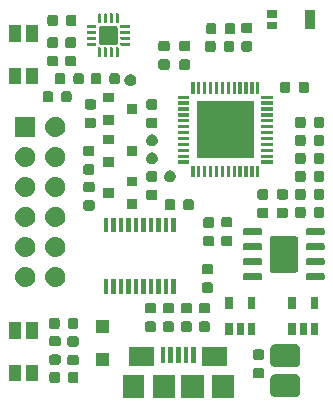
<source format=gbr>
G04 #@! TF.GenerationSoftware,KiCad,Pcbnew,(5.0.1)-3*
G04 #@! TF.CreationDate,2020-01-13T08:35:40-05:00*
G04 #@! TF.ProjectId,SmartWatch,536D61727457617463682E6B69636164,rev?*
G04 #@! TF.SameCoordinates,Original*
G04 #@! TF.FileFunction,Soldermask,Top*
G04 #@! TF.FilePolarity,Negative*
%FSLAX46Y46*%
G04 Gerber Fmt 4.6, Leading zero omitted, Abs format (unit mm)*
G04 Created by KiCad (PCBNEW (5.0.1)-3) date 1/13/2020 8:35:40 AM*
%MOMM*%
%LPD*%
G01*
G04 APERTURE LIST*
%ADD10C,0.100000*%
G04 APERTURE END LIST*
D10*
G36*
X166703000Y-90495000D02*
X164803000Y-90495000D01*
X164803000Y-88595000D01*
X166703000Y-88595000D01*
X166703000Y-90495000D01*
X166703000Y-90495000D01*
G37*
G36*
X169103000Y-90495000D02*
X167203000Y-90495000D01*
X167203000Y-88595000D01*
X169103000Y-88595000D01*
X169103000Y-90495000D01*
X169103000Y-90495000D01*
G37*
G36*
X171653000Y-90495000D02*
X169853000Y-90495000D01*
X169853000Y-88595000D01*
X171653000Y-88595000D01*
X171653000Y-90495000D01*
X171653000Y-90495000D01*
G37*
G36*
X164053000Y-90495000D02*
X162253000Y-90495000D01*
X162253000Y-88595000D01*
X164053000Y-88595000D01*
X164053000Y-90495000D01*
X164053000Y-90495000D01*
G37*
G36*
X176877583Y-88479487D02*
X176969014Y-88507222D01*
X177053274Y-88552260D01*
X177127129Y-88612871D01*
X177187740Y-88686726D01*
X177232778Y-88770986D01*
X177260513Y-88862417D01*
X177270000Y-88958733D01*
X177270000Y-89981267D01*
X177260513Y-90077583D01*
X177232778Y-90169014D01*
X177187740Y-90253274D01*
X177127129Y-90327129D01*
X177053274Y-90387740D01*
X176969014Y-90432778D01*
X176877583Y-90460513D01*
X176781267Y-90470000D01*
X175218733Y-90470000D01*
X175122417Y-90460513D01*
X175030986Y-90432778D01*
X174946726Y-90387740D01*
X174872871Y-90327129D01*
X174812260Y-90253274D01*
X174767222Y-90169014D01*
X174739487Y-90077583D01*
X174730000Y-89981267D01*
X174730000Y-88958733D01*
X174739487Y-88862417D01*
X174767222Y-88770986D01*
X174812260Y-88686726D01*
X174872871Y-88612871D01*
X174946726Y-88552260D01*
X175030986Y-88507222D01*
X175122417Y-88479487D01*
X175218733Y-88470000D01*
X176781267Y-88470000D01*
X176877583Y-88479487D01*
X176877583Y-88479487D01*
G37*
G36*
X156760968Y-88302082D02*
X156799630Y-88313810D01*
X156835270Y-88332860D01*
X156866505Y-88358495D01*
X156892140Y-88389730D01*
X156911190Y-88425370D01*
X156922918Y-88464032D01*
X156927000Y-88505481D01*
X156927000Y-89040519D01*
X156922918Y-89081968D01*
X156911190Y-89120630D01*
X156892140Y-89156270D01*
X156866505Y-89187505D01*
X156835270Y-89213140D01*
X156799630Y-89232190D01*
X156760968Y-89243918D01*
X156719519Y-89248000D01*
X156259481Y-89248000D01*
X156218032Y-89243918D01*
X156179370Y-89232190D01*
X156143730Y-89213140D01*
X156112495Y-89187505D01*
X156086860Y-89156270D01*
X156067810Y-89120630D01*
X156056082Y-89081968D01*
X156052000Y-89040519D01*
X156052000Y-88505481D01*
X156056082Y-88464032D01*
X156067810Y-88425370D01*
X156086860Y-88389730D01*
X156112495Y-88358495D01*
X156143730Y-88332860D01*
X156179370Y-88313810D01*
X156218032Y-88302082D01*
X156259481Y-88298000D01*
X156719519Y-88298000D01*
X156760968Y-88302082D01*
X156760968Y-88302082D01*
G37*
G36*
X158335968Y-88302082D02*
X158374630Y-88313810D01*
X158410270Y-88332860D01*
X158441505Y-88358495D01*
X158467140Y-88389730D01*
X158486190Y-88425370D01*
X158497918Y-88464032D01*
X158502000Y-88505481D01*
X158502000Y-89040519D01*
X158497918Y-89081968D01*
X158486190Y-89120630D01*
X158467140Y-89156270D01*
X158441505Y-89187505D01*
X158410270Y-89213140D01*
X158374630Y-89232190D01*
X158335968Y-89243918D01*
X158294519Y-89248000D01*
X157834481Y-89248000D01*
X157793032Y-89243918D01*
X157754370Y-89232190D01*
X157718730Y-89213140D01*
X157687495Y-89187505D01*
X157661860Y-89156270D01*
X157642810Y-89120630D01*
X157631082Y-89081968D01*
X157627000Y-89040519D01*
X157627000Y-88505481D01*
X157631082Y-88464032D01*
X157642810Y-88425370D01*
X157661860Y-88389730D01*
X157687495Y-88358495D01*
X157718730Y-88332860D01*
X157754370Y-88313810D01*
X157793032Y-88302082D01*
X157834481Y-88298000D01*
X158294519Y-88298000D01*
X158335968Y-88302082D01*
X158335968Y-88302082D01*
G37*
G36*
X153648000Y-89114000D02*
X152598000Y-89114000D01*
X152598000Y-87714000D01*
X153648000Y-87714000D01*
X153648000Y-89114000D01*
X153648000Y-89114000D01*
G37*
G36*
X155098000Y-89114000D02*
X154048000Y-89114000D01*
X154048000Y-87714000D01*
X155098000Y-87714000D01*
X155098000Y-89114000D01*
X155098000Y-89114000D01*
G37*
G36*
X174044968Y-87984082D02*
X174083630Y-87995810D01*
X174119270Y-88014860D01*
X174150505Y-88040495D01*
X174176140Y-88071730D01*
X174195190Y-88107370D01*
X174206918Y-88146032D01*
X174211000Y-88187481D01*
X174211000Y-88647519D01*
X174206918Y-88688968D01*
X174195190Y-88727630D01*
X174176140Y-88763270D01*
X174150505Y-88794505D01*
X174119270Y-88820140D01*
X174083630Y-88839190D01*
X174044968Y-88850918D01*
X174003519Y-88855000D01*
X173468481Y-88855000D01*
X173427032Y-88850918D01*
X173388370Y-88839190D01*
X173352730Y-88820140D01*
X173321495Y-88794505D01*
X173295860Y-88763270D01*
X173276810Y-88727630D01*
X173265082Y-88688968D01*
X173261000Y-88647519D01*
X173261000Y-88187481D01*
X173265082Y-88146032D01*
X173276810Y-88107370D01*
X173295860Y-88071730D01*
X173321495Y-88040495D01*
X173352730Y-88014860D01*
X173388370Y-87995810D01*
X173427032Y-87984082D01*
X173468481Y-87980000D01*
X174003519Y-87980000D01*
X174044968Y-87984082D01*
X174044968Y-87984082D01*
G37*
G36*
X176877583Y-85939487D02*
X176969014Y-85967222D01*
X177053274Y-86012260D01*
X177127129Y-86072871D01*
X177187740Y-86146726D01*
X177232778Y-86230986D01*
X177260513Y-86322417D01*
X177270000Y-86418733D01*
X177270000Y-87441267D01*
X177260513Y-87537583D01*
X177232778Y-87629014D01*
X177187740Y-87713274D01*
X177127129Y-87787129D01*
X177053274Y-87847740D01*
X176969014Y-87892778D01*
X176877583Y-87920513D01*
X176781267Y-87930000D01*
X175218733Y-87930000D01*
X175122417Y-87920513D01*
X175030986Y-87892778D01*
X174946726Y-87847740D01*
X174872871Y-87787129D01*
X174812260Y-87713274D01*
X174767222Y-87629014D01*
X174739487Y-87537583D01*
X174730000Y-87441267D01*
X174730000Y-86418733D01*
X174739487Y-86322417D01*
X174767222Y-86230986D01*
X174812260Y-86146726D01*
X174872871Y-86072871D01*
X174946726Y-86012260D01*
X175030986Y-85967222D01*
X175122417Y-85939487D01*
X175218733Y-85930000D01*
X176781267Y-85930000D01*
X176877583Y-85939487D01*
X176877583Y-85939487D01*
G37*
G36*
X161078000Y-87802000D02*
X159978000Y-87802000D01*
X159978000Y-86702000D01*
X161078000Y-86702000D01*
X161078000Y-87802000D01*
X161078000Y-87802000D01*
G37*
G36*
X164903000Y-87795000D02*
X162803000Y-87795000D01*
X162803000Y-86195000D01*
X164903000Y-86195000D01*
X164903000Y-87795000D01*
X164903000Y-87795000D01*
G37*
G36*
X171103000Y-87795000D02*
X169003000Y-87795000D01*
X169003000Y-86195000D01*
X171103000Y-86195000D01*
X171103000Y-87795000D01*
X171103000Y-87795000D01*
G37*
G36*
X158347968Y-86866582D02*
X158386630Y-86878310D01*
X158422270Y-86897360D01*
X158453505Y-86922995D01*
X158479140Y-86954230D01*
X158498190Y-86989870D01*
X158509918Y-87028532D01*
X158514000Y-87069981D01*
X158514000Y-87530019D01*
X158509918Y-87571468D01*
X158498190Y-87610130D01*
X158479140Y-87645770D01*
X158453505Y-87677005D01*
X158422270Y-87702640D01*
X158386630Y-87721690D01*
X158347968Y-87733418D01*
X158306519Y-87737500D01*
X157771481Y-87737500D01*
X157730032Y-87733418D01*
X157691370Y-87721690D01*
X157655730Y-87702640D01*
X157624495Y-87677005D01*
X157598860Y-87645770D01*
X157579810Y-87610130D01*
X157568082Y-87571468D01*
X157564000Y-87530019D01*
X157564000Y-87069981D01*
X157568082Y-87028532D01*
X157579810Y-86989870D01*
X157598860Y-86954230D01*
X157624495Y-86922995D01*
X157655730Y-86897360D01*
X157691370Y-86878310D01*
X157730032Y-86866582D01*
X157771481Y-86862500D01*
X158306519Y-86862500D01*
X158347968Y-86866582D01*
X158347968Y-86866582D01*
G37*
G36*
X156823968Y-86841082D02*
X156862630Y-86852810D01*
X156898270Y-86871860D01*
X156929505Y-86897495D01*
X156955140Y-86928730D01*
X156974190Y-86964370D01*
X156985918Y-87003032D01*
X156990000Y-87044481D01*
X156990000Y-87504519D01*
X156985918Y-87545968D01*
X156974190Y-87584630D01*
X156955140Y-87620270D01*
X156929505Y-87651505D01*
X156898270Y-87677140D01*
X156862630Y-87696190D01*
X156823968Y-87707918D01*
X156782519Y-87712000D01*
X156247481Y-87712000D01*
X156206032Y-87707918D01*
X156167370Y-87696190D01*
X156131730Y-87677140D01*
X156100495Y-87651505D01*
X156074860Y-87620270D01*
X156055810Y-87584630D01*
X156044082Y-87545968D01*
X156040000Y-87504519D01*
X156040000Y-87044481D01*
X156044082Y-87003032D01*
X156055810Y-86964370D01*
X156074860Y-86928730D01*
X156100495Y-86897495D01*
X156131730Y-86871860D01*
X156167370Y-86852810D01*
X156206032Y-86841082D01*
X156247481Y-86837000D01*
X156782519Y-86837000D01*
X156823968Y-86841082D01*
X156823968Y-86841082D01*
G37*
G36*
X168453000Y-87545000D02*
X168053000Y-87545000D01*
X168053000Y-86195000D01*
X168453000Y-86195000D01*
X168453000Y-87545000D01*
X168453000Y-87545000D01*
G37*
G36*
X167153000Y-87545000D02*
X166753000Y-87545000D01*
X166753000Y-86195000D01*
X167153000Y-86195000D01*
X167153000Y-87545000D01*
X167153000Y-87545000D01*
G37*
G36*
X166503000Y-87545000D02*
X166103000Y-87545000D01*
X166103000Y-86195000D01*
X166503000Y-86195000D01*
X166503000Y-87545000D01*
X166503000Y-87545000D01*
G37*
G36*
X165853000Y-87545000D02*
X165453000Y-87545000D01*
X165453000Y-86195000D01*
X165853000Y-86195000D01*
X165853000Y-87545000D01*
X165853000Y-87545000D01*
G37*
G36*
X167803000Y-87545000D02*
X167403000Y-87545000D01*
X167403000Y-86195000D01*
X167803000Y-86195000D01*
X167803000Y-87545000D01*
X167803000Y-87545000D01*
G37*
G36*
X174044968Y-86409082D02*
X174083630Y-86420810D01*
X174119270Y-86439860D01*
X174150505Y-86465495D01*
X174176140Y-86496730D01*
X174195190Y-86532370D01*
X174206918Y-86571032D01*
X174211000Y-86612481D01*
X174211000Y-87072519D01*
X174206918Y-87113968D01*
X174195190Y-87152630D01*
X174176140Y-87188270D01*
X174150505Y-87219505D01*
X174119270Y-87245140D01*
X174083630Y-87264190D01*
X174044968Y-87275918D01*
X174003519Y-87280000D01*
X173468481Y-87280000D01*
X173427032Y-87275918D01*
X173388370Y-87264190D01*
X173352730Y-87245140D01*
X173321495Y-87219505D01*
X173295860Y-87188270D01*
X173276810Y-87152630D01*
X173265082Y-87113968D01*
X173261000Y-87072519D01*
X173261000Y-86612481D01*
X173265082Y-86571032D01*
X173276810Y-86532370D01*
X173295860Y-86496730D01*
X173321495Y-86465495D01*
X173352730Y-86439860D01*
X173388370Y-86420810D01*
X173427032Y-86409082D01*
X173468481Y-86405000D01*
X174003519Y-86405000D01*
X174044968Y-86409082D01*
X174044968Y-86409082D01*
G37*
G36*
X158347968Y-85291582D02*
X158386630Y-85303310D01*
X158422270Y-85322360D01*
X158453505Y-85347995D01*
X158479140Y-85379230D01*
X158498190Y-85414870D01*
X158509918Y-85453532D01*
X158514000Y-85494981D01*
X158514000Y-85955019D01*
X158509918Y-85996468D01*
X158498190Y-86035130D01*
X158479140Y-86070770D01*
X158453505Y-86102005D01*
X158422270Y-86127640D01*
X158386630Y-86146690D01*
X158347968Y-86158418D01*
X158306519Y-86162500D01*
X157771481Y-86162500D01*
X157730032Y-86158418D01*
X157691370Y-86146690D01*
X157655730Y-86127640D01*
X157624495Y-86102005D01*
X157598860Y-86070770D01*
X157579810Y-86035130D01*
X157568082Y-85996468D01*
X157564000Y-85955019D01*
X157564000Y-85494981D01*
X157568082Y-85453532D01*
X157579810Y-85414870D01*
X157598860Y-85379230D01*
X157624495Y-85347995D01*
X157655730Y-85322360D01*
X157691370Y-85303310D01*
X157730032Y-85291582D01*
X157771481Y-85287500D01*
X158306519Y-85287500D01*
X158347968Y-85291582D01*
X158347968Y-85291582D01*
G37*
G36*
X156823968Y-85266082D02*
X156862630Y-85277810D01*
X156898270Y-85296860D01*
X156929505Y-85322495D01*
X156955140Y-85353730D01*
X156974190Y-85389370D01*
X156985918Y-85428032D01*
X156990000Y-85469481D01*
X156990000Y-85929519D01*
X156985918Y-85970968D01*
X156974190Y-86009630D01*
X156955140Y-86045270D01*
X156929505Y-86076505D01*
X156898270Y-86102140D01*
X156862630Y-86121190D01*
X156823968Y-86132918D01*
X156782519Y-86137000D01*
X156247481Y-86137000D01*
X156206032Y-86132918D01*
X156167370Y-86121190D01*
X156131730Y-86102140D01*
X156100495Y-86076505D01*
X156074860Y-86045270D01*
X156055810Y-86009630D01*
X156044082Y-85970968D01*
X156040000Y-85929519D01*
X156040000Y-85469481D01*
X156044082Y-85428032D01*
X156055810Y-85389370D01*
X156074860Y-85353730D01*
X156100495Y-85322495D01*
X156131730Y-85296860D01*
X156167370Y-85277810D01*
X156206032Y-85266082D01*
X156247481Y-85262000D01*
X156782519Y-85262000D01*
X156823968Y-85266082D01*
X156823968Y-85266082D01*
G37*
G36*
X153648000Y-85514000D02*
X152598000Y-85514000D01*
X152598000Y-84114000D01*
X153648000Y-84114000D01*
X153648000Y-85514000D01*
X153648000Y-85514000D01*
G37*
G36*
X155098000Y-85514000D02*
X154048000Y-85514000D01*
X154048000Y-84114000D01*
X155098000Y-84114000D01*
X155098000Y-85514000D01*
X155098000Y-85514000D01*
G37*
G36*
X171587000Y-85196000D02*
X170937000Y-85196000D01*
X170937000Y-84136000D01*
X171587000Y-84136000D01*
X171587000Y-85196000D01*
X171587000Y-85196000D01*
G37*
G36*
X172537000Y-85196000D02*
X171887000Y-85196000D01*
X171887000Y-84136000D01*
X172537000Y-84136000D01*
X172537000Y-85196000D01*
X172537000Y-85196000D01*
G37*
G36*
X173487000Y-85196000D02*
X172837000Y-85196000D01*
X172837000Y-84136000D01*
X173487000Y-84136000D01*
X173487000Y-85196000D01*
X173487000Y-85196000D01*
G37*
G36*
X176921000Y-85196000D02*
X176271000Y-85196000D01*
X176271000Y-84136000D01*
X176921000Y-84136000D01*
X176921000Y-85196000D01*
X176921000Y-85196000D01*
G37*
G36*
X177871000Y-85196000D02*
X177221000Y-85196000D01*
X177221000Y-84136000D01*
X177871000Y-84136000D01*
X177871000Y-85196000D01*
X177871000Y-85196000D01*
G37*
G36*
X178821000Y-85196000D02*
X178171000Y-85196000D01*
X178171000Y-84136000D01*
X178821000Y-84136000D01*
X178821000Y-85196000D01*
X178821000Y-85196000D01*
G37*
G36*
X161078000Y-85002000D02*
X159978000Y-85002000D01*
X159978000Y-83902000D01*
X161078000Y-83902000D01*
X161078000Y-85002000D01*
X161078000Y-85002000D01*
G37*
G36*
X167948968Y-84047082D02*
X167987630Y-84058810D01*
X168023270Y-84077860D01*
X168054505Y-84103495D01*
X168080140Y-84134730D01*
X168099190Y-84170370D01*
X168110918Y-84209032D01*
X168115000Y-84250481D01*
X168115000Y-84710519D01*
X168110918Y-84751968D01*
X168099190Y-84790630D01*
X168080140Y-84826270D01*
X168054505Y-84857505D01*
X168023270Y-84883140D01*
X167987630Y-84902190D01*
X167948968Y-84913918D01*
X167907519Y-84918000D01*
X167372481Y-84918000D01*
X167331032Y-84913918D01*
X167292370Y-84902190D01*
X167256730Y-84883140D01*
X167225495Y-84857505D01*
X167199860Y-84826270D01*
X167180810Y-84790630D01*
X167169082Y-84751968D01*
X167165000Y-84710519D01*
X167165000Y-84250481D01*
X167169082Y-84209032D01*
X167180810Y-84170370D01*
X167199860Y-84134730D01*
X167225495Y-84103495D01*
X167256730Y-84077860D01*
X167292370Y-84058810D01*
X167331032Y-84047082D01*
X167372481Y-84043000D01*
X167907519Y-84043000D01*
X167948968Y-84047082D01*
X167948968Y-84047082D01*
G37*
G36*
X169472968Y-84047082D02*
X169511630Y-84058810D01*
X169547270Y-84077860D01*
X169578505Y-84103495D01*
X169604140Y-84134730D01*
X169623190Y-84170370D01*
X169634918Y-84209032D01*
X169639000Y-84250481D01*
X169639000Y-84710519D01*
X169634918Y-84751968D01*
X169623190Y-84790630D01*
X169604140Y-84826270D01*
X169578505Y-84857505D01*
X169547270Y-84883140D01*
X169511630Y-84902190D01*
X169472968Y-84913918D01*
X169431519Y-84918000D01*
X168896481Y-84918000D01*
X168855032Y-84913918D01*
X168816370Y-84902190D01*
X168780730Y-84883140D01*
X168749495Y-84857505D01*
X168723860Y-84826270D01*
X168704810Y-84790630D01*
X168693082Y-84751968D01*
X168689000Y-84710519D01*
X168689000Y-84250481D01*
X168693082Y-84209032D01*
X168704810Y-84170370D01*
X168723860Y-84134730D01*
X168749495Y-84103495D01*
X168780730Y-84077860D01*
X168816370Y-84058810D01*
X168855032Y-84047082D01*
X168896481Y-84043000D01*
X169431519Y-84043000D01*
X169472968Y-84047082D01*
X169472968Y-84047082D01*
G37*
G36*
X164900968Y-84047082D02*
X164939630Y-84058810D01*
X164975270Y-84077860D01*
X165006505Y-84103495D01*
X165032140Y-84134730D01*
X165051190Y-84170370D01*
X165062918Y-84209032D01*
X165067000Y-84250481D01*
X165067000Y-84710519D01*
X165062918Y-84751968D01*
X165051190Y-84790630D01*
X165032140Y-84826270D01*
X165006505Y-84857505D01*
X164975270Y-84883140D01*
X164939630Y-84902190D01*
X164900968Y-84913918D01*
X164859519Y-84918000D01*
X164324481Y-84918000D01*
X164283032Y-84913918D01*
X164244370Y-84902190D01*
X164208730Y-84883140D01*
X164177495Y-84857505D01*
X164151860Y-84826270D01*
X164132810Y-84790630D01*
X164121082Y-84751968D01*
X164117000Y-84710519D01*
X164117000Y-84250481D01*
X164121082Y-84209032D01*
X164132810Y-84170370D01*
X164151860Y-84134730D01*
X164177495Y-84103495D01*
X164208730Y-84077860D01*
X164244370Y-84058810D01*
X164283032Y-84047082D01*
X164324481Y-84043000D01*
X164859519Y-84043000D01*
X164900968Y-84047082D01*
X164900968Y-84047082D01*
G37*
G36*
X166424968Y-84047082D02*
X166463630Y-84058810D01*
X166499270Y-84077860D01*
X166530505Y-84103495D01*
X166556140Y-84134730D01*
X166575190Y-84170370D01*
X166586918Y-84209032D01*
X166591000Y-84250481D01*
X166591000Y-84710519D01*
X166586918Y-84751968D01*
X166575190Y-84790630D01*
X166556140Y-84826270D01*
X166530505Y-84857505D01*
X166499270Y-84883140D01*
X166463630Y-84902190D01*
X166424968Y-84913918D01*
X166383519Y-84918000D01*
X165848481Y-84918000D01*
X165807032Y-84913918D01*
X165768370Y-84902190D01*
X165732730Y-84883140D01*
X165701495Y-84857505D01*
X165675860Y-84826270D01*
X165656810Y-84790630D01*
X165645082Y-84751968D01*
X165641000Y-84710519D01*
X165641000Y-84250481D01*
X165645082Y-84209032D01*
X165656810Y-84170370D01*
X165675860Y-84134730D01*
X165701495Y-84103495D01*
X165732730Y-84077860D01*
X165768370Y-84058810D01*
X165807032Y-84047082D01*
X165848481Y-84043000D01*
X166383519Y-84043000D01*
X166424968Y-84047082D01*
X166424968Y-84047082D01*
G37*
G36*
X158310468Y-83730082D02*
X158349130Y-83741810D01*
X158384770Y-83760860D01*
X158416005Y-83786495D01*
X158441640Y-83817730D01*
X158460690Y-83853370D01*
X158472418Y-83892032D01*
X158476500Y-83933481D01*
X158476500Y-84468519D01*
X158472418Y-84509968D01*
X158460690Y-84548630D01*
X158441640Y-84584270D01*
X158416005Y-84615505D01*
X158384770Y-84641140D01*
X158349130Y-84660190D01*
X158310468Y-84671918D01*
X158269019Y-84676000D01*
X157808981Y-84676000D01*
X157767532Y-84671918D01*
X157728870Y-84660190D01*
X157693230Y-84641140D01*
X157661995Y-84615505D01*
X157636360Y-84584270D01*
X157617310Y-84548630D01*
X157605582Y-84509968D01*
X157601500Y-84468519D01*
X157601500Y-83933481D01*
X157605582Y-83892032D01*
X157617310Y-83853370D01*
X157636360Y-83817730D01*
X157661995Y-83786495D01*
X157693230Y-83760860D01*
X157728870Y-83741810D01*
X157767532Y-83730082D01*
X157808981Y-83726000D01*
X158269019Y-83726000D01*
X158310468Y-83730082D01*
X158310468Y-83730082D01*
G37*
G36*
X156735468Y-83730082D02*
X156774130Y-83741810D01*
X156809770Y-83760860D01*
X156841005Y-83786495D01*
X156866640Y-83817730D01*
X156885690Y-83853370D01*
X156897418Y-83892032D01*
X156901500Y-83933481D01*
X156901500Y-84468519D01*
X156897418Y-84509968D01*
X156885690Y-84548630D01*
X156866640Y-84584270D01*
X156841005Y-84615505D01*
X156809770Y-84641140D01*
X156774130Y-84660190D01*
X156735468Y-84671918D01*
X156694019Y-84676000D01*
X156233981Y-84676000D01*
X156192532Y-84671918D01*
X156153870Y-84660190D01*
X156118230Y-84641140D01*
X156086995Y-84615505D01*
X156061360Y-84584270D01*
X156042310Y-84548630D01*
X156030582Y-84509968D01*
X156026500Y-84468519D01*
X156026500Y-83933481D01*
X156030582Y-83892032D01*
X156042310Y-83853370D01*
X156061360Y-83817730D01*
X156086995Y-83786495D01*
X156118230Y-83760860D01*
X156153870Y-83741810D01*
X156192532Y-83730082D01*
X156233981Y-83726000D01*
X156694019Y-83726000D01*
X156735468Y-83730082D01*
X156735468Y-83730082D01*
G37*
G36*
X164900968Y-82472082D02*
X164939630Y-82483810D01*
X164975270Y-82502860D01*
X165006505Y-82528495D01*
X165032140Y-82559730D01*
X165051190Y-82595370D01*
X165062918Y-82634032D01*
X165067000Y-82675481D01*
X165067000Y-83135519D01*
X165062918Y-83176968D01*
X165051190Y-83215630D01*
X165032140Y-83251270D01*
X165006505Y-83282505D01*
X164975270Y-83308140D01*
X164939630Y-83327190D01*
X164900968Y-83338918D01*
X164859519Y-83343000D01*
X164324481Y-83343000D01*
X164283032Y-83338918D01*
X164244370Y-83327190D01*
X164208730Y-83308140D01*
X164177495Y-83282505D01*
X164151860Y-83251270D01*
X164132810Y-83215630D01*
X164121082Y-83176968D01*
X164117000Y-83135519D01*
X164117000Y-82675481D01*
X164121082Y-82634032D01*
X164132810Y-82595370D01*
X164151860Y-82559730D01*
X164177495Y-82528495D01*
X164208730Y-82502860D01*
X164244370Y-82483810D01*
X164283032Y-82472082D01*
X164324481Y-82468000D01*
X164859519Y-82468000D01*
X164900968Y-82472082D01*
X164900968Y-82472082D01*
G37*
G36*
X166424968Y-82472082D02*
X166463630Y-82483810D01*
X166499270Y-82502860D01*
X166530505Y-82528495D01*
X166556140Y-82559730D01*
X166575190Y-82595370D01*
X166586918Y-82634032D01*
X166591000Y-82675481D01*
X166591000Y-83135519D01*
X166586918Y-83176968D01*
X166575190Y-83215630D01*
X166556140Y-83251270D01*
X166530505Y-83282505D01*
X166499270Y-83308140D01*
X166463630Y-83327190D01*
X166424968Y-83338918D01*
X166383519Y-83343000D01*
X165848481Y-83343000D01*
X165807032Y-83338918D01*
X165768370Y-83327190D01*
X165732730Y-83308140D01*
X165701495Y-83282505D01*
X165675860Y-83251270D01*
X165656810Y-83215630D01*
X165645082Y-83176968D01*
X165641000Y-83135519D01*
X165641000Y-82675481D01*
X165645082Y-82634032D01*
X165656810Y-82595370D01*
X165675860Y-82559730D01*
X165701495Y-82528495D01*
X165732730Y-82502860D01*
X165768370Y-82483810D01*
X165807032Y-82472082D01*
X165848481Y-82468000D01*
X166383519Y-82468000D01*
X166424968Y-82472082D01*
X166424968Y-82472082D01*
G37*
G36*
X167948968Y-82472082D02*
X167987630Y-82483810D01*
X168023270Y-82502860D01*
X168054505Y-82528495D01*
X168080140Y-82559730D01*
X168099190Y-82595370D01*
X168110918Y-82634032D01*
X168115000Y-82675481D01*
X168115000Y-83135519D01*
X168110918Y-83176968D01*
X168099190Y-83215630D01*
X168080140Y-83251270D01*
X168054505Y-83282505D01*
X168023270Y-83308140D01*
X167987630Y-83327190D01*
X167948968Y-83338918D01*
X167907519Y-83343000D01*
X167372481Y-83343000D01*
X167331032Y-83338918D01*
X167292370Y-83327190D01*
X167256730Y-83308140D01*
X167225495Y-83282505D01*
X167199860Y-83251270D01*
X167180810Y-83215630D01*
X167169082Y-83176968D01*
X167165000Y-83135519D01*
X167165000Y-82675481D01*
X167169082Y-82634032D01*
X167180810Y-82595370D01*
X167199860Y-82559730D01*
X167225495Y-82528495D01*
X167256730Y-82502860D01*
X167292370Y-82483810D01*
X167331032Y-82472082D01*
X167372481Y-82468000D01*
X167907519Y-82468000D01*
X167948968Y-82472082D01*
X167948968Y-82472082D01*
G37*
G36*
X169472968Y-82472082D02*
X169511630Y-82483810D01*
X169547270Y-82502860D01*
X169578505Y-82528495D01*
X169604140Y-82559730D01*
X169623190Y-82595370D01*
X169634918Y-82634032D01*
X169639000Y-82675481D01*
X169639000Y-83135519D01*
X169634918Y-83176968D01*
X169623190Y-83215630D01*
X169604140Y-83251270D01*
X169578505Y-83282505D01*
X169547270Y-83308140D01*
X169511630Y-83327190D01*
X169472968Y-83338918D01*
X169431519Y-83343000D01*
X168896481Y-83343000D01*
X168855032Y-83338918D01*
X168816370Y-83327190D01*
X168780730Y-83308140D01*
X168749495Y-83282505D01*
X168723860Y-83251270D01*
X168704810Y-83215630D01*
X168693082Y-83176968D01*
X168689000Y-83135519D01*
X168689000Y-82675481D01*
X168693082Y-82634032D01*
X168704810Y-82595370D01*
X168723860Y-82559730D01*
X168749495Y-82528495D01*
X168780730Y-82502860D01*
X168816370Y-82483810D01*
X168855032Y-82472082D01*
X168896481Y-82468000D01*
X169431519Y-82468000D01*
X169472968Y-82472082D01*
X169472968Y-82472082D01*
G37*
G36*
X176921000Y-82996000D02*
X176271000Y-82996000D01*
X176271000Y-81936000D01*
X176921000Y-81936000D01*
X176921000Y-82996000D01*
X176921000Y-82996000D01*
G37*
G36*
X173487000Y-82996000D02*
X172837000Y-82996000D01*
X172837000Y-81936000D01*
X173487000Y-81936000D01*
X173487000Y-82996000D01*
X173487000Y-82996000D01*
G37*
G36*
X171587000Y-82996000D02*
X170937000Y-82996000D01*
X170937000Y-81936000D01*
X171587000Y-81936000D01*
X171587000Y-82996000D01*
X171587000Y-82996000D01*
G37*
G36*
X178821000Y-82996000D02*
X178171000Y-82996000D01*
X178171000Y-81936000D01*
X178821000Y-81936000D01*
X178821000Y-82996000D01*
X178821000Y-82996000D01*
G37*
G36*
X166760500Y-81686000D02*
X166360500Y-81686000D01*
X166360500Y-80486000D01*
X166760500Y-80486000D01*
X166760500Y-81686000D01*
X166760500Y-81686000D01*
G37*
G36*
X165490500Y-81686000D02*
X165090500Y-81686000D01*
X165090500Y-80486000D01*
X165490500Y-80486000D01*
X165490500Y-81686000D01*
X165490500Y-81686000D01*
G37*
G36*
X166125500Y-81686000D02*
X165725500Y-81686000D01*
X165725500Y-80486000D01*
X166125500Y-80486000D01*
X166125500Y-81686000D01*
X166125500Y-81686000D01*
G37*
G36*
X164220500Y-81686000D02*
X163820500Y-81686000D01*
X163820500Y-80486000D01*
X164220500Y-80486000D01*
X164220500Y-81686000D01*
X164220500Y-81686000D01*
G37*
G36*
X161045500Y-81686000D02*
X160645500Y-81686000D01*
X160645500Y-80486000D01*
X161045500Y-80486000D01*
X161045500Y-81686000D01*
X161045500Y-81686000D01*
G37*
G36*
X161680500Y-81686000D02*
X161280500Y-81686000D01*
X161280500Y-80486000D01*
X161680500Y-80486000D01*
X161680500Y-81686000D01*
X161680500Y-81686000D01*
G37*
G36*
X162315500Y-81686000D02*
X161915500Y-81686000D01*
X161915500Y-80486000D01*
X162315500Y-80486000D01*
X162315500Y-81686000D01*
X162315500Y-81686000D01*
G37*
G36*
X162950500Y-81686000D02*
X162550500Y-81686000D01*
X162550500Y-80486000D01*
X162950500Y-80486000D01*
X162950500Y-81686000D01*
X162950500Y-81686000D01*
G37*
G36*
X163585500Y-81686000D02*
X163185500Y-81686000D01*
X163185500Y-80486000D01*
X163585500Y-80486000D01*
X163585500Y-81686000D01*
X163585500Y-81686000D01*
G37*
G36*
X164855500Y-81686000D02*
X164455500Y-81686000D01*
X164455500Y-80486000D01*
X164855500Y-80486000D01*
X164855500Y-81686000D01*
X164855500Y-81686000D01*
G37*
G36*
X169726968Y-80745082D02*
X169765630Y-80756810D01*
X169801270Y-80775860D01*
X169832505Y-80801495D01*
X169858140Y-80832730D01*
X169877190Y-80868370D01*
X169888918Y-80907032D01*
X169893000Y-80948481D01*
X169893000Y-81408519D01*
X169888918Y-81449968D01*
X169877190Y-81488630D01*
X169858140Y-81524270D01*
X169832505Y-81555505D01*
X169801270Y-81581140D01*
X169765630Y-81600190D01*
X169726968Y-81611918D01*
X169685519Y-81616000D01*
X169150481Y-81616000D01*
X169109032Y-81611918D01*
X169070370Y-81600190D01*
X169034730Y-81581140D01*
X169003495Y-81555505D01*
X168977860Y-81524270D01*
X168958810Y-81488630D01*
X168947082Y-81449968D01*
X168943000Y-81408519D01*
X168943000Y-80948481D01*
X168947082Y-80907032D01*
X168958810Y-80868370D01*
X168977860Y-80832730D01*
X169003495Y-80801495D01*
X169034730Y-80775860D01*
X169070370Y-80756810D01*
X169109032Y-80745082D01*
X169150481Y-80741000D01*
X169685519Y-80741000D01*
X169726968Y-80745082D01*
X169726968Y-80745082D01*
G37*
G36*
X154083376Y-79418100D02*
X154166633Y-79426300D01*
X154326852Y-79474902D01*
X154326855Y-79474903D01*
X154405165Y-79516761D01*
X154474520Y-79553832D01*
X154603949Y-79660051D01*
X154710168Y-79789480D01*
X154747239Y-79858835D01*
X154789097Y-79937145D01*
X154789098Y-79937148D01*
X154837700Y-80097367D01*
X154854112Y-80264000D01*
X154837700Y-80430633D01*
X154798081Y-80561239D01*
X154789097Y-80590855D01*
X154747239Y-80669165D01*
X154710168Y-80738520D01*
X154603949Y-80867949D01*
X154474520Y-80974168D01*
X154405165Y-81011239D01*
X154326855Y-81053097D01*
X154326852Y-81053098D01*
X154166633Y-81101700D01*
X154083376Y-81109900D01*
X154041749Y-81114000D01*
X153958251Y-81114000D01*
X153916624Y-81109900D01*
X153833367Y-81101700D01*
X153673148Y-81053098D01*
X153673145Y-81053097D01*
X153594835Y-81011239D01*
X153525480Y-80974168D01*
X153396051Y-80867949D01*
X153289832Y-80738520D01*
X153252761Y-80669165D01*
X153210903Y-80590855D01*
X153201919Y-80561239D01*
X153162300Y-80430633D01*
X153145888Y-80264000D01*
X153162300Y-80097367D01*
X153210902Y-79937148D01*
X153210903Y-79937145D01*
X153252761Y-79858835D01*
X153289832Y-79789480D01*
X153396051Y-79660051D01*
X153525480Y-79553832D01*
X153594835Y-79516761D01*
X153673145Y-79474903D01*
X153673148Y-79474902D01*
X153833367Y-79426300D01*
X153916624Y-79418100D01*
X153958251Y-79414000D01*
X154041749Y-79414000D01*
X154083376Y-79418100D01*
X154083376Y-79418100D01*
G37*
G36*
X156623376Y-79418100D02*
X156706633Y-79426300D01*
X156866852Y-79474902D01*
X156866855Y-79474903D01*
X156945165Y-79516761D01*
X157014520Y-79553832D01*
X157143949Y-79660051D01*
X157250168Y-79789480D01*
X157287239Y-79858835D01*
X157329097Y-79937145D01*
X157329098Y-79937148D01*
X157377700Y-80097367D01*
X157394112Y-80264000D01*
X157377700Y-80430633D01*
X157338081Y-80561239D01*
X157329097Y-80590855D01*
X157287239Y-80669165D01*
X157250168Y-80738520D01*
X157143949Y-80867949D01*
X157014520Y-80974168D01*
X156945165Y-81011239D01*
X156866855Y-81053097D01*
X156866852Y-81053098D01*
X156706633Y-81101700D01*
X156623376Y-81109900D01*
X156581749Y-81114000D01*
X156498251Y-81114000D01*
X156456624Y-81109900D01*
X156373367Y-81101700D01*
X156213148Y-81053098D01*
X156213145Y-81053097D01*
X156134835Y-81011239D01*
X156065480Y-80974168D01*
X155936051Y-80867949D01*
X155829832Y-80738520D01*
X155792761Y-80669165D01*
X155750903Y-80590855D01*
X155741919Y-80561239D01*
X155702300Y-80430633D01*
X155685888Y-80264000D01*
X155702300Y-80097367D01*
X155750902Y-79937148D01*
X155750903Y-79937145D01*
X155792761Y-79858835D01*
X155829832Y-79789480D01*
X155936051Y-79660051D01*
X156065480Y-79553832D01*
X156134835Y-79516761D01*
X156213145Y-79474903D01*
X156213148Y-79474902D01*
X156373367Y-79426300D01*
X156456624Y-79418100D01*
X156498251Y-79414000D01*
X156581749Y-79414000D01*
X156623376Y-79418100D01*
X156623376Y-79418100D01*
G37*
G36*
X173934304Y-79966761D02*
X173960071Y-79974578D01*
X173983824Y-79987274D01*
X174004642Y-80004358D01*
X174021726Y-80025176D01*
X174034422Y-80048929D01*
X174042239Y-80074696D01*
X174045000Y-80102731D01*
X174045000Y-80425269D01*
X174042239Y-80453304D01*
X174034422Y-80479071D01*
X174021726Y-80502824D01*
X174004642Y-80523642D01*
X173983824Y-80540726D01*
X173960071Y-80553422D01*
X173934304Y-80561239D01*
X173906269Y-80564000D01*
X172583731Y-80564000D01*
X172555696Y-80561239D01*
X172529929Y-80553422D01*
X172506176Y-80540726D01*
X172485358Y-80523642D01*
X172468274Y-80502824D01*
X172455578Y-80479071D01*
X172447761Y-80453304D01*
X172445000Y-80425269D01*
X172445000Y-80102731D01*
X172447761Y-80074696D01*
X172455578Y-80048929D01*
X172468274Y-80025176D01*
X172485358Y-80004358D01*
X172506176Y-79987274D01*
X172529929Y-79974578D01*
X172555696Y-79966761D01*
X172583731Y-79964000D01*
X173906269Y-79964000D01*
X173934304Y-79966761D01*
X173934304Y-79966761D01*
G37*
G36*
X179234304Y-79966761D02*
X179260071Y-79974578D01*
X179283824Y-79987274D01*
X179304642Y-80004358D01*
X179321726Y-80025176D01*
X179334422Y-80048929D01*
X179342239Y-80074696D01*
X179345000Y-80102731D01*
X179345000Y-80425269D01*
X179342239Y-80453304D01*
X179334422Y-80479071D01*
X179321726Y-80502824D01*
X179304642Y-80523642D01*
X179283824Y-80540726D01*
X179260071Y-80553422D01*
X179234304Y-80561239D01*
X179206269Y-80564000D01*
X177883731Y-80564000D01*
X177855696Y-80561239D01*
X177829929Y-80553422D01*
X177806176Y-80540726D01*
X177785358Y-80523642D01*
X177768274Y-80502824D01*
X177755578Y-80479071D01*
X177747761Y-80453304D01*
X177745000Y-80425269D01*
X177745000Y-80102731D01*
X177747761Y-80074696D01*
X177755578Y-80048929D01*
X177768274Y-80025176D01*
X177785358Y-80004358D01*
X177806176Y-79987274D01*
X177829929Y-79974578D01*
X177855696Y-79966761D01*
X177883731Y-79964000D01*
X179206269Y-79964000D01*
X179234304Y-79966761D01*
X179234304Y-79966761D01*
G37*
G36*
X169726968Y-79170082D02*
X169765630Y-79181810D01*
X169801270Y-79200860D01*
X169832505Y-79226495D01*
X169858140Y-79257730D01*
X169877190Y-79293370D01*
X169888918Y-79332032D01*
X169893000Y-79373481D01*
X169893000Y-79833519D01*
X169888918Y-79874968D01*
X169877190Y-79913630D01*
X169858140Y-79949270D01*
X169832505Y-79980505D01*
X169801270Y-80006140D01*
X169765630Y-80025190D01*
X169726968Y-80036918D01*
X169685519Y-80041000D01*
X169150481Y-80041000D01*
X169109032Y-80036918D01*
X169070370Y-80025190D01*
X169034730Y-80006140D01*
X169003495Y-79980505D01*
X168977860Y-79949270D01*
X168958810Y-79913630D01*
X168947082Y-79874968D01*
X168943000Y-79833519D01*
X168943000Y-79373481D01*
X168947082Y-79332032D01*
X168958810Y-79293370D01*
X168977860Y-79257730D01*
X169003495Y-79226495D01*
X169034730Y-79200860D01*
X169070370Y-79181810D01*
X169109032Y-79170082D01*
X169150481Y-79166000D01*
X169685519Y-79166000D01*
X169726968Y-79170082D01*
X169726968Y-79170082D01*
G37*
G36*
X176914702Y-76813542D02*
X176957854Y-76826632D01*
X176997632Y-76847894D01*
X177032495Y-76876505D01*
X177061106Y-76911368D01*
X177082368Y-76951146D01*
X177095458Y-76994298D01*
X177100000Y-77040417D01*
X177100000Y-79677583D01*
X177095458Y-79723702D01*
X177082368Y-79766854D01*
X177061106Y-79806632D01*
X177032495Y-79841495D01*
X176997632Y-79870106D01*
X176957854Y-79891368D01*
X176914702Y-79904458D01*
X176868583Y-79909000D01*
X174921417Y-79909000D01*
X174875298Y-79904458D01*
X174832146Y-79891368D01*
X174792368Y-79870106D01*
X174757505Y-79841495D01*
X174728894Y-79806632D01*
X174707632Y-79766854D01*
X174694542Y-79723702D01*
X174690000Y-79677583D01*
X174690000Y-77040417D01*
X174694542Y-76994298D01*
X174707632Y-76951146D01*
X174728894Y-76911368D01*
X174757505Y-76876505D01*
X174792368Y-76847894D01*
X174832146Y-76826632D01*
X174875298Y-76813542D01*
X174921417Y-76809000D01*
X176868583Y-76809000D01*
X176914702Y-76813542D01*
X176914702Y-76813542D01*
G37*
G36*
X179234304Y-78696761D02*
X179260071Y-78704578D01*
X179283824Y-78717274D01*
X179304642Y-78734358D01*
X179321726Y-78755176D01*
X179334422Y-78778929D01*
X179342239Y-78804696D01*
X179345000Y-78832731D01*
X179345000Y-79155269D01*
X179342239Y-79183304D01*
X179334422Y-79209071D01*
X179321726Y-79232824D01*
X179304642Y-79253642D01*
X179283824Y-79270726D01*
X179260071Y-79283422D01*
X179234304Y-79291239D01*
X179206269Y-79294000D01*
X177883731Y-79294000D01*
X177855696Y-79291239D01*
X177829929Y-79283422D01*
X177806176Y-79270726D01*
X177785358Y-79253642D01*
X177768274Y-79232824D01*
X177755578Y-79209071D01*
X177747761Y-79183304D01*
X177745000Y-79155269D01*
X177745000Y-78832731D01*
X177747761Y-78804696D01*
X177755578Y-78778929D01*
X177768274Y-78755176D01*
X177785358Y-78734358D01*
X177806176Y-78717274D01*
X177829929Y-78704578D01*
X177855696Y-78696761D01*
X177883731Y-78694000D01*
X179206269Y-78694000D01*
X179234304Y-78696761D01*
X179234304Y-78696761D01*
G37*
G36*
X173934304Y-78696761D02*
X173960071Y-78704578D01*
X173983824Y-78717274D01*
X174004642Y-78734358D01*
X174021726Y-78755176D01*
X174034422Y-78778929D01*
X174042239Y-78804696D01*
X174045000Y-78832731D01*
X174045000Y-79155269D01*
X174042239Y-79183304D01*
X174034422Y-79209071D01*
X174021726Y-79232824D01*
X174004642Y-79253642D01*
X173983824Y-79270726D01*
X173960071Y-79283422D01*
X173934304Y-79291239D01*
X173906269Y-79294000D01*
X172583731Y-79294000D01*
X172555696Y-79291239D01*
X172529929Y-79283422D01*
X172506176Y-79270726D01*
X172485358Y-79253642D01*
X172468274Y-79232824D01*
X172455578Y-79209071D01*
X172447761Y-79183304D01*
X172445000Y-79155269D01*
X172445000Y-78832731D01*
X172447761Y-78804696D01*
X172455578Y-78778929D01*
X172468274Y-78755176D01*
X172485358Y-78734358D01*
X172506176Y-78717274D01*
X172529929Y-78704578D01*
X172555696Y-78696761D01*
X172583731Y-78694000D01*
X173906269Y-78694000D01*
X173934304Y-78696761D01*
X173934304Y-78696761D01*
G37*
G36*
X154083376Y-76878100D02*
X154166633Y-76886300D01*
X154326852Y-76934902D01*
X154326855Y-76934903D01*
X154392576Y-76970032D01*
X154474520Y-77013832D01*
X154603949Y-77120051D01*
X154710168Y-77249480D01*
X154747239Y-77318835D01*
X154789097Y-77397145D01*
X154789098Y-77397148D01*
X154837700Y-77557367D01*
X154854112Y-77724000D01*
X154837700Y-77890633D01*
X154798081Y-78021239D01*
X154789097Y-78050855D01*
X154747239Y-78129165D01*
X154710168Y-78198520D01*
X154603949Y-78327949D01*
X154474520Y-78434168D01*
X154405165Y-78471239D01*
X154326855Y-78513097D01*
X154326852Y-78513098D01*
X154166633Y-78561700D01*
X154083376Y-78569900D01*
X154041749Y-78574000D01*
X153958251Y-78574000D01*
X153916624Y-78569900D01*
X153833367Y-78561700D01*
X153673148Y-78513098D01*
X153673145Y-78513097D01*
X153594835Y-78471239D01*
X153525480Y-78434168D01*
X153396051Y-78327949D01*
X153289832Y-78198520D01*
X153252761Y-78129165D01*
X153210903Y-78050855D01*
X153201919Y-78021239D01*
X153162300Y-77890633D01*
X153145888Y-77724000D01*
X153162300Y-77557367D01*
X153210902Y-77397148D01*
X153210903Y-77397145D01*
X153252761Y-77318835D01*
X153289832Y-77249480D01*
X153396051Y-77120051D01*
X153525480Y-77013832D01*
X153607424Y-76970032D01*
X153673145Y-76934903D01*
X153673148Y-76934902D01*
X153833367Y-76886300D01*
X153916624Y-76878100D01*
X153958251Y-76874000D01*
X154041749Y-76874000D01*
X154083376Y-76878100D01*
X154083376Y-76878100D01*
G37*
G36*
X156623376Y-76878100D02*
X156706633Y-76886300D01*
X156866852Y-76934902D01*
X156866855Y-76934903D01*
X156932576Y-76970032D01*
X157014520Y-77013832D01*
X157143949Y-77120051D01*
X157250168Y-77249480D01*
X157287239Y-77318835D01*
X157329097Y-77397145D01*
X157329098Y-77397148D01*
X157377700Y-77557367D01*
X157394112Y-77724000D01*
X157377700Y-77890633D01*
X157338081Y-78021239D01*
X157329097Y-78050855D01*
X157287239Y-78129165D01*
X157250168Y-78198520D01*
X157143949Y-78327949D01*
X157014520Y-78434168D01*
X156945165Y-78471239D01*
X156866855Y-78513097D01*
X156866852Y-78513098D01*
X156706633Y-78561700D01*
X156623376Y-78569900D01*
X156581749Y-78574000D01*
X156498251Y-78574000D01*
X156456624Y-78569900D01*
X156373367Y-78561700D01*
X156213148Y-78513098D01*
X156213145Y-78513097D01*
X156134835Y-78471239D01*
X156065480Y-78434168D01*
X155936051Y-78327949D01*
X155829832Y-78198520D01*
X155792761Y-78129165D01*
X155750903Y-78050855D01*
X155741919Y-78021239D01*
X155702300Y-77890633D01*
X155685888Y-77724000D01*
X155702300Y-77557367D01*
X155750902Y-77397148D01*
X155750903Y-77397145D01*
X155792761Y-77318835D01*
X155829832Y-77249480D01*
X155936051Y-77120051D01*
X156065480Y-77013832D01*
X156147424Y-76970032D01*
X156213145Y-76934903D01*
X156213148Y-76934902D01*
X156373367Y-76886300D01*
X156456624Y-76878100D01*
X156498251Y-76874000D01*
X156581749Y-76874000D01*
X156623376Y-76878100D01*
X156623376Y-76878100D01*
G37*
G36*
X173934304Y-77426761D02*
X173960071Y-77434578D01*
X173983824Y-77447274D01*
X174004642Y-77464358D01*
X174021726Y-77485176D01*
X174034422Y-77508929D01*
X174042239Y-77534696D01*
X174045000Y-77562731D01*
X174045000Y-77885269D01*
X174042239Y-77913304D01*
X174034422Y-77939071D01*
X174021726Y-77962824D01*
X174004642Y-77983642D01*
X173983824Y-78000726D01*
X173960071Y-78013422D01*
X173934304Y-78021239D01*
X173906269Y-78024000D01*
X172583731Y-78024000D01*
X172555696Y-78021239D01*
X172529929Y-78013422D01*
X172506176Y-78000726D01*
X172485358Y-77983642D01*
X172468274Y-77962824D01*
X172455578Y-77939071D01*
X172447761Y-77913304D01*
X172445000Y-77885269D01*
X172445000Y-77562731D01*
X172447761Y-77534696D01*
X172455578Y-77508929D01*
X172468274Y-77485176D01*
X172485358Y-77464358D01*
X172506176Y-77447274D01*
X172529929Y-77434578D01*
X172555696Y-77426761D01*
X172583731Y-77424000D01*
X173906269Y-77424000D01*
X173934304Y-77426761D01*
X173934304Y-77426761D01*
G37*
G36*
X179234304Y-77426761D02*
X179260071Y-77434578D01*
X179283824Y-77447274D01*
X179304642Y-77464358D01*
X179321726Y-77485176D01*
X179334422Y-77508929D01*
X179342239Y-77534696D01*
X179345000Y-77562731D01*
X179345000Y-77885269D01*
X179342239Y-77913304D01*
X179334422Y-77939071D01*
X179321726Y-77962824D01*
X179304642Y-77983642D01*
X179283824Y-78000726D01*
X179260071Y-78013422D01*
X179234304Y-78021239D01*
X179206269Y-78024000D01*
X177883731Y-78024000D01*
X177855696Y-78021239D01*
X177829929Y-78013422D01*
X177806176Y-78000726D01*
X177785358Y-77983642D01*
X177768274Y-77962824D01*
X177755578Y-77939071D01*
X177747761Y-77913304D01*
X177745000Y-77885269D01*
X177745000Y-77562731D01*
X177747761Y-77534696D01*
X177755578Y-77508929D01*
X177768274Y-77485176D01*
X177785358Y-77464358D01*
X177806176Y-77447274D01*
X177829929Y-77434578D01*
X177855696Y-77426761D01*
X177883731Y-77424000D01*
X179206269Y-77424000D01*
X179234304Y-77426761D01*
X179234304Y-77426761D01*
G37*
G36*
X169853968Y-76808082D02*
X169892630Y-76819810D01*
X169928270Y-76838860D01*
X169959505Y-76864495D01*
X169985140Y-76895730D01*
X170004190Y-76931370D01*
X170015918Y-76970032D01*
X170020000Y-77011481D01*
X170020000Y-77471519D01*
X170015918Y-77512968D01*
X170004190Y-77551630D01*
X169985140Y-77587270D01*
X169959505Y-77618505D01*
X169928270Y-77644140D01*
X169892630Y-77663190D01*
X169853968Y-77674918D01*
X169812519Y-77679000D01*
X169277481Y-77679000D01*
X169236032Y-77674918D01*
X169197370Y-77663190D01*
X169161730Y-77644140D01*
X169130495Y-77618505D01*
X169104860Y-77587270D01*
X169085810Y-77551630D01*
X169074082Y-77512968D01*
X169070000Y-77471519D01*
X169070000Y-77011481D01*
X169074082Y-76970032D01*
X169085810Y-76931370D01*
X169104860Y-76895730D01*
X169130495Y-76864495D01*
X169161730Y-76838860D01*
X169197370Y-76819810D01*
X169236032Y-76808082D01*
X169277481Y-76804000D01*
X169812519Y-76804000D01*
X169853968Y-76808082D01*
X169853968Y-76808082D01*
G37*
G36*
X171377968Y-76782582D02*
X171416630Y-76794310D01*
X171452270Y-76813360D01*
X171483505Y-76838995D01*
X171509140Y-76870230D01*
X171528190Y-76905870D01*
X171539918Y-76944532D01*
X171544000Y-76985981D01*
X171544000Y-77446019D01*
X171539918Y-77487468D01*
X171528190Y-77526130D01*
X171509140Y-77561770D01*
X171483505Y-77593005D01*
X171452270Y-77618640D01*
X171416630Y-77637690D01*
X171377968Y-77649418D01*
X171336519Y-77653500D01*
X170801481Y-77653500D01*
X170760032Y-77649418D01*
X170721370Y-77637690D01*
X170685730Y-77618640D01*
X170654495Y-77593005D01*
X170628860Y-77561770D01*
X170609810Y-77526130D01*
X170598082Y-77487468D01*
X170594000Y-77446019D01*
X170594000Y-76985981D01*
X170598082Y-76944532D01*
X170609810Y-76905870D01*
X170628860Y-76870230D01*
X170654495Y-76838995D01*
X170685730Y-76813360D01*
X170721370Y-76794310D01*
X170760032Y-76782582D01*
X170801481Y-76778500D01*
X171336519Y-76778500D01*
X171377968Y-76782582D01*
X171377968Y-76782582D01*
G37*
G36*
X173934304Y-76156761D02*
X173960071Y-76164578D01*
X173983824Y-76177274D01*
X174004642Y-76194358D01*
X174021726Y-76215176D01*
X174034422Y-76238929D01*
X174042239Y-76264696D01*
X174045000Y-76292731D01*
X174045000Y-76615269D01*
X174042239Y-76643304D01*
X174034422Y-76669071D01*
X174021726Y-76692824D01*
X174004642Y-76713642D01*
X173983824Y-76730726D01*
X173960071Y-76743422D01*
X173934304Y-76751239D01*
X173906269Y-76754000D01*
X172583731Y-76754000D01*
X172555696Y-76751239D01*
X172529929Y-76743422D01*
X172506176Y-76730726D01*
X172485358Y-76713642D01*
X172468274Y-76692824D01*
X172455578Y-76669071D01*
X172447761Y-76643304D01*
X172445000Y-76615269D01*
X172445000Y-76292731D01*
X172447761Y-76264696D01*
X172455578Y-76238929D01*
X172468274Y-76215176D01*
X172485358Y-76194358D01*
X172506176Y-76177274D01*
X172529929Y-76164578D01*
X172555696Y-76156761D01*
X172583731Y-76154000D01*
X173906269Y-76154000D01*
X173934304Y-76156761D01*
X173934304Y-76156761D01*
G37*
G36*
X179234304Y-76156761D02*
X179260071Y-76164578D01*
X179283824Y-76177274D01*
X179304642Y-76194358D01*
X179321726Y-76215176D01*
X179334422Y-76238929D01*
X179342239Y-76264696D01*
X179345000Y-76292731D01*
X179345000Y-76615269D01*
X179342239Y-76643304D01*
X179334422Y-76669071D01*
X179321726Y-76692824D01*
X179304642Y-76713642D01*
X179283824Y-76730726D01*
X179260071Y-76743422D01*
X179234304Y-76751239D01*
X179206269Y-76754000D01*
X177883731Y-76754000D01*
X177855696Y-76751239D01*
X177829929Y-76743422D01*
X177806176Y-76730726D01*
X177785358Y-76713642D01*
X177768274Y-76692824D01*
X177755578Y-76669071D01*
X177747761Y-76643304D01*
X177745000Y-76615269D01*
X177745000Y-76292731D01*
X177747761Y-76264696D01*
X177755578Y-76238929D01*
X177768274Y-76215176D01*
X177785358Y-76194358D01*
X177806176Y-76177274D01*
X177829929Y-76164578D01*
X177855696Y-76156761D01*
X177883731Y-76154000D01*
X179206269Y-76154000D01*
X179234304Y-76156761D01*
X179234304Y-76156761D01*
G37*
G36*
X161045500Y-76486000D02*
X160645500Y-76486000D01*
X160645500Y-75286000D01*
X161045500Y-75286000D01*
X161045500Y-76486000D01*
X161045500Y-76486000D01*
G37*
G36*
X166760500Y-76486000D02*
X166360500Y-76486000D01*
X166360500Y-75286000D01*
X166760500Y-75286000D01*
X166760500Y-76486000D01*
X166760500Y-76486000D01*
G37*
G36*
X166125500Y-76486000D02*
X165725500Y-76486000D01*
X165725500Y-75286000D01*
X166125500Y-75286000D01*
X166125500Y-76486000D01*
X166125500Y-76486000D01*
G37*
G36*
X165490500Y-76486000D02*
X165090500Y-76486000D01*
X165090500Y-75286000D01*
X165490500Y-75286000D01*
X165490500Y-76486000D01*
X165490500Y-76486000D01*
G37*
G36*
X164855500Y-76486000D02*
X164455500Y-76486000D01*
X164455500Y-75286000D01*
X164855500Y-75286000D01*
X164855500Y-76486000D01*
X164855500Y-76486000D01*
G37*
G36*
X164220500Y-76486000D02*
X163820500Y-76486000D01*
X163820500Y-75286000D01*
X164220500Y-75286000D01*
X164220500Y-76486000D01*
X164220500Y-76486000D01*
G37*
G36*
X163585500Y-76486000D02*
X163185500Y-76486000D01*
X163185500Y-75286000D01*
X163585500Y-75286000D01*
X163585500Y-76486000D01*
X163585500Y-76486000D01*
G37*
G36*
X162950500Y-76486000D02*
X162550500Y-76486000D01*
X162550500Y-75286000D01*
X162950500Y-75286000D01*
X162950500Y-76486000D01*
X162950500Y-76486000D01*
G37*
G36*
X162315500Y-76486000D02*
X161915500Y-76486000D01*
X161915500Y-75286000D01*
X162315500Y-75286000D01*
X162315500Y-76486000D01*
X162315500Y-76486000D01*
G37*
G36*
X161680500Y-76486000D02*
X161280500Y-76486000D01*
X161280500Y-75286000D01*
X161680500Y-75286000D01*
X161680500Y-76486000D01*
X161680500Y-76486000D01*
G37*
G36*
X169853968Y-75233082D02*
X169892630Y-75244810D01*
X169928270Y-75263860D01*
X169959505Y-75289495D01*
X169985140Y-75320730D01*
X170004190Y-75356370D01*
X170015918Y-75395032D01*
X170020000Y-75436481D01*
X170020000Y-75896519D01*
X170015918Y-75937968D01*
X170004190Y-75976630D01*
X169985140Y-76012270D01*
X169959505Y-76043505D01*
X169928270Y-76069140D01*
X169892630Y-76088190D01*
X169853968Y-76099918D01*
X169812519Y-76104000D01*
X169277481Y-76104000D01*
X169236032Y-76099918D01*
X169197370Y-76088190D01*
X169161730Y-76069140D01*
X169130495Y-76043505D01*
X169104860Y-76012270D01*
X169085810Y-75976630D01*
X169074082Y-75937968D01*
X169070000Y-75896519D01*
X169070000Y-75436481D01*
X169074082Y-75395032D01*
X169085810Y-75356370D01*
X169104860Y-75320730D01*
X169130495Y-75289495D01*
X169161730Y-75263860D01*
X169197370Y-75244810D01*
X169236032Y-75233082D01*
X169277481Y-75229000D01*
X169812519Y-75229000D01*
X169853968Y-75233082D01*
X169853968Y-75233082D01*
G37*
G36*
X171377968Y-75207582D02*
X171416630Y-75219310D01*
X171452270Y-75238360D01*
X171483505Y-75263995D01*
X171509140Y-75295230D01*
X171528190Y-75330870D01*
X171539918Y-75369532D01*
X171544000Y-75410981D01*
X171544000Y-75871019D01*
X171539918Y-75912468D01*
X171528190Y-75951130D01*
X171509140Y-75986770D01*
X171483505Y-76018005D01*
X171452270Y-76043640D01*
X171416630Y-76062690D01*
X171377968Y-76074418D01*
X171336519Y-76078500D01*
X170801481Y-76078500D01*
X170760032Y-76074418D01*
X170721370Y-76062690D01*
X170685730Y-76043640D01*
X170654495Y-76018005D01*
X170628860Y-75986770D01*
X170609810Y-75951130D01*
X170598082Y-75912468D01*
X170594000Y-75871019D01*
X170594000Y-75410981D01*
X170598082Y-75369532D01*
X170609810Y-75330870D01*
X170628860Y-75295230D01*
X170654495Y-75263995D01*
X170685730Y-75238360D01*
X170721370Y-75219310D01*
X170760032Y-75207582D01*
X170801481Y-75203500D01*
X171336519Y-75203500D01*
X171377968Y-75207582D01*
X171377968Y-75207582D01*
G37*
G36*
X156623376Y-74338100D02*
X156706633Y-74346300D01*
X156857516Y-74392070D01*
X156866855Y-74394903D01*
X156936838Y-74432310D01*
X157014520Y-74473832D01*
X157143949Y-74580051D01*
X157250168Y-74709480D01*
X157287239Y-74778835D01*
X157329097Y-74857145D01*
X157329098Y-74857148D01*
X157377700Y-75017367D01*
X157394112Y-75184000D01*
X157377700Y-75350633D01*
X157329098Y-75510852D01*
X157329097Y-75510855D01*
X157287239Y-75589165D01*
X157250168Y-75658520D01*
X157143949Y-75787949D01*
X157014520Y-75894168D01*
X156999070Y-75902426D01*
X156866855Y-75973097D01*
X156866852Y-75973098D01*
X156706633Y-76021700D01*
X156623376Y-76029900D01*
X156581749Y-76034000D01*
X156498251Y-76034000D01*
X156456624Y-76029900D01*
X156373367Y-76021700D01*
X156213148Y-75973098D01*
X156213145Y-75973097D01*
X156080930Y-75902426D01*
X156065480Y-75894168D01*
X155936051Y-75787949D01*
X155829832Y-75658520D01*
X155792761Y-75589165D01*
X155750903Y-75510855D01*
X155750902Y-75510852D01*
X155702300Y-75350633D01*
X155685888Y-75184000D01*
X155702300Y-75017367D01*
X155750902Y-74857148D01*
X155750903Y-74857145D01*
X155792761Y-74778835D01*
X155829832Y-74709480D01*
X155936051Y-74580051D01*
X156065480Y-74473832D01*
X156143162Y-74432310D01*
X156213145Y-74394903D01*
X156222484Y-74392070D01*
X156373367Y-74346300D01*
X156456624Y-74338100D01*
X156498251Y-74334000D01*
X156581749Y-74334000D01*
X156623376Y-74338100D01*
X156623376Y-74338100D01*
G37*
G36*
X154083376Y-74338100D02*
X154166633Y-74346300D01*
X154317516Y-74392070D01*
X154326855Y-74394903D01*
X154396838Y-74432310D01*
X154474520Y-74473832D01*
X154603949Y-74580051D01*
X154710168Y-74709480D01*
X154747239Y-74778835D01*
X154789097Y-74857145D01*
X154789098Y-74857148D01*
X154837700Y-75017367D01*
X154854112Y-75184000D01*
X154837700Y-75350633D01*
X154789098Y-75510852D01*
X154789097Y-75510855D01*
X154747239Y-75589165D01*
X154710168Y-75658520D01*
X154603949Y-75787949D01*
X154474520Y-75894168D01*
X154459070Y-75902426D01*
X154326855Y-75973097D01*
X154326852Y-75973098D01*
X154166633Y-76021700D01*
X154083376Y-76029900D01*
X154041749Y-76034000D01*
X153958251Y-76034000D01*
X153916624Y-76029900D01*
X153833367Y-76021700D01*
X153673148Y-75973098D01*
X153673145Y-75973097D01*
X153540930Y-75902426D01*
X153525480Y-75894168D01*
X153396051Y-75787949D01*
X153289832Y-75658520D01*
X153252761Y-75589165D01*
X153210903Y-75510855D01*
X153210902Y-75510852D01*
X153162300Y-75350633D01*
X153145888Y-75184000D01*
X153162300Y-75017367D01*
X153210902Y-74857148D01*
X153210903Y-74857145D01*
X153252761Y-74778835D01*
X153289832Y-74709480D01*
X153396051Y-74580051D01*
X153525480Y-74473832D01*
X153603162Y-74432310D01*
X153673145Y-74394903D01*
X153682484Y-74392070D01*
X153833367Y-74346300D01*
X153916624Y-74338100D01*
X153958251Y-74334000D01*
X154041749Y-74334000D01*
X154083376Y-74338100D01*
X154083376Y-74338100D01*
G37*
G36*
X174425968Y-74420582D02*
X174464630Y-74432310D01*
X174500270Y-74451360D01*
X174531505Y-74476995D01*
X174557140Y-74508230D01*
X174576190Y-74543870D01*
X174587918Y-74582532D01*
X174592000Y-74623981D01*
X174592000Y-75084019D01*
X174587918Y-75125468D01*
X174576190Y-75164130D01*
X174557140Y-75199770D01*
X174531505Y-75231005D01*
X174500270Y-75256640D01*
X174464630Y-75275690D01*
X174425968Y-75287418D01*
X174384519Y-75291500D01*
X173849481Y-75291500D01*
X173808032Y-75287418D01*
X173769370Y-75275690D01*
X173733730Y-75256640D01*
X173702495Y-75231005D01*
X173676860Y-75199770D01*
X173657810Y-75164130D01*
X173646082Y-75125468D01*
X173642000Y-75084019D01*
X173642000Y-74623981D01*
X173646082Y-74582532D01*
X173657810Y-74543870D01*
X173676860Y-74508230D01*
X173702495Y-74476995D01*
X173733730Y-74451360D01*
X173769370Y-74432310D01*
X173808032Y-74420582D01*
X173849481Y-74416500D01*
X174384519Y-74416500D01*
X174425968Y-74420582D01*
X174425968Y-74420582D01*
G37*
G36*
X176076968Y-74420582D02*
X176115630Y-74432310D01*
X176151270Y-74451360D01*
X176182505Y-74476995D01*
X176208140Y-74508230D01*
X176227190Y-74543870D01*
X176238918Y-74582532D01*
X176243000Y-74623981D01*
X176243000Y-75084019D01*
X176238918Y-75125468D01*
X176227190Y-75164130D01*
X176208140Y-75199770D01*
X176182505Y-75231005D01*
X176151270Y-75256640D01*
X176115630Y-75275690D01*
X176076968Y-75287418D01*
X176035519Y-75291500D01*
X175500481Y-75291500D01*
X175459032Y-75287418D01*
X175420370Y-75275690D01*
X175384730Y-75256640D01*
X175353495Y-75231005D01*
X175327860Y-75199770D01*
X175308810Y-75164130D01*
X175297082Y-75125468D01*
X175293000Y-75084019D01*
X175293000Y-74623981D01*
X175297082Y-74582532D01*
X175308810Y-74543870D01*
X175327860Y-74508230D01*
X175353495Y-74476995D01*
X175384730Y-74451360D01*
X175420370Y-74432310D01*
X175459032Y-74420582D01*
X175500481Y-74416500D01*
X176035519Y-74416500D01*
X176076968Y-74420582D01*
X176076968Y-74420582D01*
G37*
G36*
X177563468Y-74332082D02*
X177602130Y-74343810D01*
X177637770Y-74362860D01*
X177669005Y-74388495D01*
X177694640Y-74419730D01*
X177713690Y-74455370D01*
X177725418Y-74494032D01*
X177729500Y-74535481D01*
X177729500Y-75070519D01*
X177725418Y-75111968D01*
X177713690Y-75150630D01*
X177694640Y-75186270D01*
X177669005Y-75217505D01*
X177637770Y-75243140D01*
X177602130Y-75262190D01*
X177563468Y-75273918D01*
X177522019Y-75278000D01*
X177061981Y-75278000D01*
X177020532Y-75273918D01*
X176981870Y-75262190D01*
X176946230Y-75243140D01*
X176914995Y-75217505D01*
X176889360Y-75186270D01*
X176870310Y-75150630D01*
X176858582Y-75111968D01*
X176854500Y-75070519D01*
X176854500Y-74535481D01*
X176858582Y-74494032D01*
X176870310Y-74455370D01*
X176889360Y-74419730D01*
X176914995Y-74388495D01*
X176946230Y-74362860D01*
X176981870Y-74343810D01*
X177020532Y-74332082D01*
X177061981Y-74328000D01*
X177522019Y-74328000D01*
X177563468Y-74332082D01*
X177563468Y-74332082D01*
G37*
G36*
X179138468Y-74332082D02*
X179177130Y-74343810D01*
X179212770Y-74362860D01*
X179244005Y-74388495D01*
X179269640Y-74419730D01*
X179288690Y-74455370D01*
X179300418Y-74494032D01*
X179304500Y-74535481D01*
X179304500Y-75070519D01*
X179300418Y-75111968D01*
X179288690Y-75150630D01*
X179269640Y-75186270D01*
X179244005Y-75217505D01*
X179212770Y-75243140D01*
X179177130Y-75262190D01*
X179138468Y-75273918D01*
X179097019Y-75278000D01*
X178636981Y-75278000D01*
X178595532Y-75273918D01*
X178556870Y-75262190D01*
X178521230Y-75243140D01*
X178489995Y-75217505D01*
X178464360Y-75186270D01*
X178445310Y-75150630D01*
X178433582Y-75111968D01*
X178429500Y-75070519D01*
X178429500Y-74535481D01*
X178433582Y-74494032D01*
X178445310Y-74455370D01*
X178464360Y-74419730D01*
X178489995Y-74388495D01*
X178521230Y-74362860D01*
X178556870Y-74343810D01*
X178595532Y-74332082D01*
X178636981Y-74328000D01*
X179097019Y-74328000D01*
X179138468Y-74332082D01*
X179138468Y-74332082D01*
G37*
G36*
X159708968Y-73785582D02*
X159747630Y-73797310D01*
X159783270Y-73816360D01*
X159814505Y-73841995D01*
X159840140Y-73873230D01*
X159859190Y-73908870D01*
X159870918Y-73947532D01*
X159875000Y-73988981D01*
X159875000Y-74449019D01*
X159870918Y-74490468D01*
X159859190Y-74529130D01*
X159840140Y-74564770D01*
X159814505Y-74596005D01*
X159783270Y-74621640D01*
X159747630Y-74640690D01*
X159708968Y-74652418D01*
X159667519Y-74656500D01*
X159132481Y-74656500D01*
X159091032Y-74652418D01*
X159052370Y-74640690D01*
X159016730Y-74621640D01*
X158985495Y-74596005D01*
X158959860Y-74564770D01*
X158940810Y-74529130D01*
X158929082Y-74490468D01*
X158925000Y-74449019D01*
X158925000Y-73988981D01*
X158929082Y-73947532D01*
X158940810Y-73908870D01*
X158959860Y-73873230D01*
X158985495Y-73841995D01*
X159016730Y-73816360D01*
X159052370Y-73797310D01*
X159091032Y-73785582D01*
X159132481Y-73781500D01*
X159667519Y-73781500D01*
X159708968Y-73785582D01*
X159708968Y-73785582D01*
G37*
G36*
X168089468Y-73697082D02*
X168128130Y-73708810D01*
X168163770Y-73727860D01*
X168195005Y-73753495D01*
X168220640Y-73784730D01*
X168239690Y-73820370D01*
X168251418Y-73859032D01*
X168255500Y-73900481D01*
X168255500Y-74435519D01*
X168251418Y-74476968D01*
X168239690Y-74515630D01*
X168220640Y-74551270D01*
X168195005Y-74582505D01*
X168163770Y-74608140D01*
X168128130Y-74627190D01*
X168089468Y-74638918D01*
X168048019Y-74643000D01*
X167587981Y-74643000D01*
X167546532Y-74638918D01*
X167507870Y-74627190D01*
X167472230Y-74608140D01*
X167440995Y-74582505D01*
X167415360Y-74551270D01*
X167396310Y-74515630D01*
X167384582Y-74476968D01*
X167380500Y-74435519D01*
X167380500Y-73900481D01*
X167384582Y-73859032D01*
X167396310Y-73820370D01*
X167415360Y-73784730D01*
X167440995Y-73753495D01*
X167472230Y-73727860D01*
X167507870Y-73708810D01*
X167546532Y-73697082D01*
X167587981Y-73693000D01*
X168048019Y-73693000D01*
X168089468Y-73697082D01*
X168089468Y-73697082D01*
G37*
G36*
X166514468Y-73697082D02*
X166553130Y-73708810D01*
X166588770Y-73727860D01*
X166620005Y-73753495D01*
X166645640Y-73784730D01*
X166664690Y-73820370D01*
X166676418Y-73859032D01*
X166680500Y-73900481D01*
X166680500Y-74435519D01*
X166676418Y-74476968D01*
X166664690Y-74515630D01*
X166645640Y-74551270D01*
X166620005Y-74582505D01*
X166588770Y-74608140D01*
X166553130Y-74627190D01*
X166514468Y-74638918D01*
X166473019Y-74643000D01*
X166012981Y-74643000D01*
X165971532Y-74638918D01*
X165932870Y-74627190D01*
X165897230Y-74608140D01*
X165865995Y-74582505D01*
X165840360Y-74551270D01*
X165821310Y-74515630D01*
X165809582Y-74476968D01*
X165805500Y-74435519D01*
X165805500Y-73900481D01*
X165809582Y-73859032D01*
X165821310Y-73820370D01*
X165840360Y-73784730D01*
X165865995Y-73753495D01*
X165897230Y-73727860D01*
X165932870Y-73708810D01*
X165971532Y-73697082D01*
X166012981Y-73693000D01*
X166473019Y-73693000D01*
X166514468Y-73697082D01*
X166514468Y-73697082D01*
G37*
G36*
X163502000Y-74502000D02*
X162602000Y-74502000D01*
X162602000Y-73702000D01*
X163502000Y-73702000D01*
X163502000Y-74502000D01*
X163502000Y-74502000D01*
G37*
G36*
X165027968Y-72896582D02*
X165066630Y-72908310D01*
X165102270Y-72927360D01*
X165133505Y-72952995D01*
X165159140Y-72984230D01*
X165178190Y-73019870D01*
X165189918Y-73058532D01*
X165194000Y-73099981D01*
X165194000Y-73560019D01*
X165189918Y-73601468D01*
X165178190Y-73640130D01*
X165159140Y-73675770D01*
X165133505Y-73707005D01*
X165102270Y-73732640D01*
X165066630Y-73751690D01*
X165027968Y-73763418D01*
X164986519Y-73767500D01*
X164451481Y-73767500D01*
X164410032Y-73763418D01*
X164371370Y-73751690D01*
X164335730Y-73732640D01*
X164304495Y-73707005D01*
X164278860Y-73675770D01*
X164259810Y-73640130D01*
X164248082Y-73601468D01*
X164244000Y-73560019D01*
X164244000Y-73099981D01*
X164248082Y-73058532D01*
X164259810Y-73019870D01*
X164278860Y-72984230D01*
X164304495Y-72952995D01*
X164335730Y-72927360D01*
X164371370Y-72908310D01*
X164410032Y-72896582D01*
X164451481Y-72892500D01*
X164986519Y-72892500D01*
X165027968Y-72896582D01*
X165027968Y-72896582D01*
G37*
G36*
X179138468Y-72808082D02*
X179177130Y-72819810D01*
X179212770Y-72838860D01*
X179244005Y-72864495D01*
X179269640Y-72895730D01*
X179288690Y-72931370D01*
X179300418Y-72970032D01*
X179304500Y-73011481D01*
X179304500Y-73546519D01*
X179300418Y-73587968D01*
X179288690Y-73626630D01*
X179269640Y-73662270D01*
X179244005Y-73693505D01*
X179212770Y-73719140D01*
X179177130Y-73738190D01*
X179138468Y-73749918D01*
X179097019Y-73754000D01*
X178636981Y-73754000D01*
X178595532Y-73749918D01*
X178556870Y-73738190D01*
X178521230Y-73719140D01*
X178489995Y-73693505D01*
X178464360Y-73662270D01*
X178445310Y-73626630D01*
X178433582Y-73587968D01*
X178429500Y-73546519D01*
X178429500Y-73011481D01*
X178433582Y-72970032D01*
X178445310Y-72931370D01*
X178464360Y-72895730D01*
X178489995Y-72864495D01*
X178521230Y-72838860D01*
X178556870Y-72819810D01*
X178595532Y-72808082D01*
X178636981Y-72804000D01*
X179097019Y-72804000D01*
X179138468Y-72808082D01*
X179138468Y-72808082D01*
G37*
G36*
X177563468Y-72808082D02*
X177602130Y-72819810D01*
X177637770Y-72838860D01*
X177669005Y-72864495D01*
X177694640Y-72895730D01*
X177713690Y-72931370D01*
X177725418Y-72970032D01*
X177729500Y-73011481D01*
X177729500Y-73546519D01*
X177725418Y-73587968D01*
X177713690Y-73626630D01*
X177694640Y-73662270D01*
X177669005Y-73693505D01*
X177637770Y-73719140D01*
X177602130Y-73738190D01*
X177563468Y-73749918D01*
X177522019Y-73754000D01*
X177061981Y-73754000D01*
X177020532Y-73749918D01*
X176981870Y-73738190D01*
X176946230Y-73719140D01*
X176914995Y-73693505D01*
X176889360Y-73662270D01*
X176870310Y-73626630D01*
X176858582Y-73587968D01*
X176854500Y-73546519D01*
X176854500Y-73011481D01*
X176858582Y-72970032D01*
X176870310Y-72931370D01*
X176889360Y-72895730D01*
X176914995Y-72864495D01*
X176946230Y-72838860D01*
X176981870Y-72819810D01*
X177020532Y-72808082D01*
X177061981Y-72804000D01*
X177522019Y-72804000D01*
X177563468Y-72808082D01*
X177563468Y-72808082D01*
G37*
G36*
X174425968Y-72845582D02*
X174464630Y-72857310D01*
X174500270Y-72876360D01*
X174531505Y-72901995D01*
X174557140Y-72933230D01*
X174576190Y-72968870D01*
X174587918Y-73007532D01*
X174592000Y-73048981D01*
X174592000Y-73509019D01*
X174587918Y-73550468D01*
X174576190Y-73589130D01*
X174557140Y-73624770D01*
X174531505Y-73656005D01*
X174500270Y-73681640D01*
X174464630Y-73700690D01*
X174425968Y-73712418D01*
X174384519Y-73716500D01*
X173849481Y-73716500D01*
X173808032Y-73712418D01*
X173769370Y-73700690D01*
X173733730Y-73681640D01*
X173702495Y-73656005D01*
X173676860Y-73624770D01*
X173657810Y-73589130D01*
X173646082Y-73550468D01*
X173642000Y-73509019D01*
X173642000Y-73048981D01*
X173646082Y-73007532D01*
X173657810Y-72968870D01*
X173676860Y-72933230D01*
X173702495Y-72901995D01*
X173733730Y-72876360D01*
X173769370Y-72857310D01*
X173808032Y-72845582D01*
X173849481Y-72841500D01*
X174384519Y-72841500D01*
X174425968Y-72845582D01*
X174425968Y-72845582D01*
G37*
G36*
X176076968Y-72845582D02*
X176115630Y-72857310D01*
X176151270Y-72876360D01*
X176182505Y-72901995D01*
X176208140Y-72933230D01*
X176227190Y-72968870D01*
X176238918Y-73007532D01*
X176243000Y-73048981D01*
X176243000Y-73509019D01*
X176238918Y-73550468D01*
X176227190Y-73589130D01*
X176208140Y-73624770D01*
X176182505Y-73656005D01*
X176151270Y-73681640D01*
X176115630Y-73700690D01*
X176076968Y-73712418D01*
X176035519Y-73716500D01*
X175500481Y-73716500D01*
X175459032Y-73712418D01*
X175420370Y-73700690D01*
X175384730Y-73681640D01*
X175353495Y-73656005D01*
X175327860Y-73624770D01*
X175308810Y-73589130D01*
X175297082Y-73550468D01*
X175293000Y-73509019D01*
X175293000Y-73048981D01*
X175297082Y-73007532D01*
X175308810Y-72968870D01*
X175327860Y-72933230D01*
X175353495Y-72901995D01*
X175384730Y-72876360D01*
X175420370Y-72857310D01*
X175459032Y-72845582D01*
X175500481Y-72841500D01*
X176035519Y-72841500D01*
X176076968Y-72845582D01*
X176076968Y-72845582D01*
G37*
G36*
X161502000Y-73552000D02*
X160602000Y-73552000D01*
X160602000Y-72752000D01*
X161502000Y-72752000D01*
X161502000Y-73552000D01*
X161502000Y-73552000D01*
G37*
G36*
X154083376Y-71798100D02*
X154166633Y-71806300D01*
X154326852Y-71854902D01*
X154326855Y-71854903D01*
X154405165Y-71896761D01*
X154474520Y-71933832D01*
X154603949Y-72040051D01*
X154710168Y-72169480D01*
X154745608Y-72235784D01*
X154789097Y-72317145D01*
X154789098Y-72317148D01*
X154837700Y-72477367D01*
X154854112Y-72644000D01*
X154837700Y-72810633D01*
X154793430Y-72956570D01*
X154789097Y-72970855D01*
X154762291Y-73021005D01*
X154710168Y-73118520D01*
X154603949Y-73247949D01*
X154474520Y-73354168D01*
X154405165Y-73391239D01*
X154326855Y-73433097D01*
X154326852Y-73433098D01*
X154166633Y-73481700D01*
X154083376Y-73489900D01*
X154041749Y-73494000D01*
X153958251Y-73494000D01*
X153916624Y-73489900D01*
X153833367Y-73481700D01*
X153673148Y-73433098D01*
X153673145Y-73433097D01*
X153594835Y-73391239D01*
X153525480Y-73354168D01*
X153396051Y-73247949D01*
X153289832Y-73118520D01*
X153237709Y-73021005D01*
X153210903Y-72970855D01*
X153206570Y-72956570D01*
X153162300Y-72810633D01*
X153145888Y-72644000D01*
X153162300Y-72477367D01*
X153210902Y-72317148D01*
X153210903Y-72317145D01*
X153254392Y-72235784D01*
X153289832Y-72169480D01*
X153396051Y-72040051D01*
X153525480Y-71933832D01*
X153594835Y-71896761D01*
X153673145Y-71854903D01*
X153673148Y-71854902D01*
X153833367Y-71806300D01*
X153916624Y-71798100D01*
X153958251Y-71794000D01*
X154041749Y-71794000D01*
X154083376Y-71798100D01*
X154083376Y-71798100D01*
G37*
G36*
X156623376Y-71798100D02*
X156706633Y-71806300D01*
X156866852Y-71854902D01*
X156866855Y-71854903D01*
X156945165Y-71896761D01*
X157014520Y-71933832D01*
X157143949Y-72040051D01*
X157250168Y-72169480D01*
X157285608Y-72235784D01*
X157329097Y-72317145D01*
X157329098Y-72317148D01*
X157377700Y-72477367D01*
X157394112Y-72644000D01*
X157377700Y-72810633D01*
X157333430Y-72956570D01*
X157329097Y-72970855D01*
X157302291Y-73021005D01*
X157250168Y-73118520D01*
X157143949Y-73247949D01*
X157014520Y-73354168D01*
X156945165Y-73391239D01*
X156866855Y-73433097D01*
X156866852Y-73433098D01*
X156706633Y-73481700D01*
X156623376Y-73489900D01*
X156581749Y-73494000D01*
X156498251Y-73494000D01*
X156456624Y-73489900D01*
X156373367Y-73481700D01*
X156213148Y-73433098D01*
X156213145Y-73433097D01*
X156134835Y-73391239D01*
X156065480Y-73354168D01*
X155936051Y-73247949D01*
X155829832Y-73118520D01*
X155777709Y-73021005D01*
X155750903Y-72970855D01*
X155746570Y-72956570D01*
X155702300Y-72810633D01*
X155685888Y-72644000D01*
X155702300Y-72477367D01*
X155750902Y-72317148D01*
X155750903Y-72317145D01*
X155794392Y-72235784D01*
X155829832Y-72169480D01*
X155936051Y-72040051D01*
X156065480Y-71933832D01*
X156134835Y-71896761D01*
X156213145Y-71854903D01*
X156213148Y-71854902D01*
X156373367Y-71806300D01*
X156456624Y-71798100D01*
X156498251Y-71794000D01*
X156581749Y-71794000D01*
X156623376Y-71798100D01*
X156623376Y-71798100D01*
G37*
G36*
X159708968Y-72210582D02*
X159747630Y-72222310D01*
X159783270Y-72241360D01*
X159814505Y-72266995D01*
X159840140Y-72298230D01*
X159859190Y-72333870D01*
X159870918Y-72372532D01*
X159875000Y-72413981D01*
X159875000Y-72874019D01*
X159870918Y-72915468D01*
X159859190Y-72954130D01*
X159840140Y-72989770D01*
X159814505Y-73021005D01*
X159783270Y-73046640D01*
X159747630Y-73065690D01*
X159708968Y-73077418D01*
X159667519Y-73081500D01*
X159132481Y-73081500D01*
X159091032Y-73077418D01*
X159052370Y-73065690D01*
X159016730Y-73046640D01*
X158985495Y-73021005D01*
X158959860Y-72989770D01*
X158940810Y-72954130D01*
X158929082Y-72915468D01*
X158925000Y-72874019D01*
X158925000Y-72413981D01*
X158929082Y-72372532D01*
X158940810Y-72333870D01*
X158959860Y-72298230D01*
X158985495Y-72266995D01*
X159016730Y-72241360D01*
X159052370Y-72222310D01*
X159091032Y-72210582D01*
X159132481Y-72206500D01*
X159667519Y-72206500D01*
X159708968Y-72210582D01*
X159708968Y-72210582D01*
G37*
G36*
X163502000Y-72602000D02*
X162602000Y-72602000D01*
X162602000Y-71802000D01*
X163502000Y-71802000D01*
X163502000Y-72602000D01*
X163502000Y-72602000D01*
G37*
G36*
X166388845Y-71274215D02*
X166443010Y-71296651D01*
X166479839Y-71311906D01*
X166561730Y-71366624D01*
X166631376Y-71436270D01*
X166665594Y-71487481D01*
X166686094Y-71518161D01*
X166723785Y-71609155D01*
X166743000Y-71705754D01*
X166743000Y-71804246D01*
X166723785Y-71900845D01*
X166710121Y-71933832D01*
X166686094Y-71991839D01*
X166631376Y-72073730D01*
X166561730Y-72143376D01*
X166522661Y-72169481D01*
X166479839Y-72198094D01*
X166388845Y-72235785D01*
X166292246Y-72255000D01*
X166193754Y-72255000D01*
X166097155Y-72235785D01*
X166006161Y-72198094D01*
X165963339Y-72169481D01*
X165924270Y-72143376D01*
X165854624Y-72073730D01*
X165799906Y-71991839D01*
X165775879Y-71933832D01*
X165762215Y-71900845D01*
X165743000Y-71804246D01*
X165743000Y-71705754D01*
X165762215Y-71609155D01*
X165799906Y-71518161D01*
X165820406Y-71487481D01*
X165854624Y-71436270D01*
X165924270Y-71366624D01*
X166006161Y-71311906D01*
X166042990Y-71296651D01*
X166097155Y-71274215D01*
X166193754Y-71255000D01*
X166292246Y-71255000D01*
X166388845Y-71274215D01*
X166388845Y-71274215D01*
G37*
G36*
X179138468Y-71284082D02*
X179177130Y-71295810D01*
X179212770Y-71314860D01*
X179244005Y-71340495D01*
X179269640Y-71371730D01*
X179288690Y-71407370D01*
X179300418Y-71446032D01*
X179304500Y-71487481D01*
X179304500Y-72022519D01*
X179300418Y-72063968D01*
X179288690Y-72102630D01*
X179269640Y-72138270D01*
X179244005Y-72169505D01*
X179212770Y-72195140D01*
X179177130Y-72214190D01*
X179138468Y-72225918D01*
X179097019Y-72230000D01*
X178636981Y-72230000D01*
X178595532Y-72225918D01*
X178556870Y-72214190D01*
X178521230Y-72195140D01*
X178489995Y-72169505D01*
X178464360Y-72138270D01*
X178445310Y-72102630D01*
X178433582Y-72063968D01*
X178429500Y-72022519D01*
X178429500Y-71487481D01*
X178433582Y-71446032D01*
X178445310Y-71407370D01*
X178464360Y-71371730D01*
X178489995Y-71340495D01*
X178521230Y-71314860D01*
X178556870Y-71295810D01*
X178595532Y-71284082D01*
X178636981Y-71280000D01*
X179097019Y-71280000D01*
X179138468Y-71284082D01*
X179138468Y-71284082D01*
G37*
G36*
X177563468Y-71284082D02*
X177602130Y-71295810D01*
X177637770Y-71314860D01*
X177669005Y-71340495D01*
X177694640Y-71371730D01*
X177713690Y-71407370D01*
X177725418Y-71446032D01*
X177729500Y-71487481D01*
X177729500Y-72022519D01*
X177725418Y-72063968D01*
X177713690Y-72102630D01*
X177694640Y-72138270D01*
X177669005Y-72169505D01*
X177637770Y-72195140D01*
X177602130Y-72214190D01*
X177563468Y-72225918D01*
X177522019Y-72230000D01*
X177061981Y-72230000D01*
X177020532Y-72225918D01*
X176981870Y-72214190D01*
X176946230Y-72195140D01*
X176914995Y-72169505D01*
X176889360Y-72138270D01*
X176870310Y-72102630D01*
X176858582Y-72063968D01*
X176854500Y-72022519D01*
X176854500Y-71487481D01*
X176858582Y-71446032D01*
X176870310Y-71407370D01*
X176889360Y-71371730D01*
X176914995Y-71340495D01*
X176946230Y-71314860D01*
X176981870Y-71295810D01*
X177020532Y-71284082D01*
X177061981Y-71280000D01*
X177522019Y-71280000D01*
X177563468Y-71284082D01*
X177563468Y-71284082D01*
G37*
G36*
X165027968Y-71321582D02*
X165066630Y-71333310D01*
X165102270Y-71352360D01*
X165133505Y-71377995D01*
X165159140Y-71409230D01*
X165178190Y-71444870D01*
X165189918Y-71483532D01*
X165194000Y-71524981D01*
X165194000Y-71985019D01*
X165189918Y-72026468D01*
X165178190Y-72065130D01*
X165159140Y-72100770D01*
X165133505Y-72132005D01*
X165102270Y-72157640D01*
X165066630Y-72176690D01*
X165027968Y-72188418D01*
X164986519Y-72192500D01*
X164451481Y-72192500D01*
X164410032Y-72188418D01*
X164371370Y-72176690D01*
X164335730Y-72157640D01*
X164304495Y-72132005D01*
X164278860Y-72100770D01*
X164259810Y-72065130D01*
X164248082Y-72026468D01*
X164244000Y-71985019D01*
X164244000Y-71524981D01*
X164248082Y-71483532D01*
X164259810Y-71444870D01*
X164278860Y-71409230D01*
X164304495Y-71377995D01*
X164335730Y-71352360D01*
X164371370Y-71333310D01*
X164410032Y-71321582D01*
X164451481Y-71317500D01*
X164986519Y-71317500D01*
X165027968Y-71321582D01*
X165027968Y-71321582D01*
G37*
G36*
X172332000Y-71842200D02*
X172052000Y-71842200D01*
X172052000Y-70842200D01*
X172332000Y-70842200D01*
X172332000Y-71842200D01*
X172332000Y-71842200D01*
G37*
G36*
X168332000Y-71842200D02*
X168052000Y-71842200D01*
X168052000Y-70842200D01*
X168332000Y-70842200D01*
X168332000Y-71842200D01*
X168332000Y-71842200D01*
G37*
G36*
X171832000Y-71842200D02*
X171552000Y-71842200D01*
X171552000Y-70842200D01*
X171832000Y-70842200D01*
X171832000Y-71842200D01*
X171832000Y-71842200D01*
G37*
G36*
X173832000Y-71842200D02*
X173552000Y-71842200D01*
X173552000Y-70842200D01*
X173832000Y-70842200D01*
X173832000Y-71842200D01*
X173832000Y-71842200D01*
G37*
G36*
X170332000Y-71842200D02*
X170052000Y-71842200D01*
X170052000Y-70842200D01*
X170332000Y-70842200D01*
X170332000Y-71842200D01*
X170332000Y-71842200D01*
G37*
G36*
X173332000Y-71842200D02*
X173052000Y-71842200D01*
X173052000Y-70842200D01*
X173332000Y-70842200D01*
X173332000Y-71842200D01*
X173332000Y-71842200D01*
G37*
G36*
X170832000Y-71842200D02*
X170552000Y-71842200D01*
X170552000Y-70842200D01*
X170832000Y-70842200D01*
X170832000Y-71842200D01*
X170832000Y-71842200D01*
G37*
G36*
X168832000Y-71842200D02*
X168552000Y-71842200D01*
X168552000Y-70842200D01*
X168832000Y-70842200D01*
X168832000Y-71842200D01*
X168832000Y-71842200D01*
G37*
G36*
X169832000Y-71842200D02*
X169552000Y-71842200D01*
X169552000Y-70842200D01*
X169832000Y-70842200D01*
X169832000Y-71842200D01*
X169832000Y-71842200D01*
G37*
G36*
X169332000Y-71842200D02*
X169052000Y-71842200D01*
X169052000Y-70842200D01*
X169332000Y-70842200D01*
X169332000Y-71842200D01*
X169332000Y-71842200D01*
G37*
G36*
X171332000Y-71842200D02*
X171052000Y-71842200D01*
X171052000Y-70842200D01*
X171332000Y-70842200D01*
X171332000Y-71842200D01*
X171332000Y-71842200D01*
G37*
G36*
X172832000Y-71842200D02*
X172552000Y-71842200D01*
X172552000Y-70842200D01*
X172832000Y-70842200D01*
X172832000Y-71842200D01*
X172832000Y-71842200D01*
G37*
G36*
X159693968Y-70737582D02*
X159732630Y-70749310D01*
X159768270Y-70768360D01*
X159799505Y-70793995D01*
X159825140Y-70825230D01*
X159844190Y-70860870D01*
X159855918Y-70899532D01*
X159860000Y-70940981D01*
X159860000Y-71401019D01*
X159855918Y-71442468D01*
X159844190Y-71481130D01*
X159825140Y-71516770D01*
X159799505Y-71548005D01*
X159768270Y-71573640D01*
X159732630Y-71592690D01*
X159693968Y-71604418D01*
X159652519Y-71608500D01*
X159117481Y-71608500D01*
X159076032Y-71604418D01*
X159037370Y-71592690D01*
X159001730Y-71573640D01*
X158970495Y-71548005D01*
X158944860Y-71516770D01*
X158925810Y-71481130D01*
X158914082Y-71442468D01*
X158910000Y-71401019D01*
X158910000Y-70940981D01*
X158914082Y-70899532D01*
X158925810Y-70860870D01*
X158944860Y-70825230D01*
X158970495Y-70793995D01*
X159001730Y-70768360D01*
X159037370Y-70749310D01*
X159076032Y-70737582D01*
X159117481Y-70733500D01*
X159652519Y-70733500D01*
X159693968Y-70737582D01*
X159693968Y-70737582D01*
G37*
G36*
X156623376Y-69258100D02*
X156706633Y-69266300D01*
X156866852Y-69314902D01*
X156866855Y-69314903D01*
X156884869Y-69324532D01*
X157014520Y-69393832D01*
X157143949Y-69500051D01*
X157250168Y-69629480D01*
X157287239Y-69698835D01*
X157329097Y-69777145D01*
X157329098Y-69777148D01*
X157377700Y-69937367D01*
X157394112Y-70104000D01*
X157377700Y-70270633D01*
X157335423Y-70410000D01*
X157329097Y-70430855D01*
X157309328Y-70467839D01*
X157250168Y-70578520D01*
X157143949Y-70707949D01*
X157014520Y-70814168D01*
X156945165Y-70851239D01*
X156866855Y-70893097D01*
X156866852Y-70893098D01*
X156706633Y-70941700D01*
X156623376Y-70949900D01*
X156581749Y-70954000D01*
X156498251Y-70954000D01*
X156456624Y-70949900D01*
X156373367Y-70941700D01*
X156213148Y-70893098D01*
X156213145Y-70893097D01*
X156134835Y-70851239D01*
X156065480Y-70814168D01*
X155936051Y-70707949D01*
X155829832Y-70578520D01*
X155770672Y-70467839D01*
X155750903Y-70430855D01*
X155744577Y-70410000D01*
X155702300Y-70270633D01*
X155685888Y-70104000D01*
X155702300Y-69937367D01*
X155750902Y-69777148D01*
X155750903Y-69777145D01*
X155792761Y-69698835D01*
X155829832Y-69629480D01*
X155936051Y-69500051D01*
X156065480Y-69393832D01*
X156195131Y-69324532D01*
X156213145Y-69314903D01*
X156213148Y-69314902D01*
X156373367Y-69266300D01*
X156456624Y-69258100D01*
X156498251Y-69254000D01*
X156581749Y-69254000D01*
X156623376Y-69258100D01*
X156623376Y-69258100D01*
G37*
G36*
X154083376Y-69258100D02*
X154166633Y-69266300D01*
X154326852Y-69314902D01*
X154326855Y-69314903D01*
X154344869Y-69324532D01*
X154474520Y-69393832D01*
X154603949Y-69500051D01*
X154710168Y-69629480D01*
X154747239Y-69698835D01*
X154789097Y-69777145D01*
X154789098Y-69777148D01*
X154837700Y-69937367D01*
X154854112Y-70104000D01*
X154837700Y-70270633D01*
X154795423Y-70410000D01*
X154789097Y-70430855D01*
X154769328Y-70467839D01*
X154710168Y-70578520D01*
X154603949Y-70707949D01*
X154474520Y-70814168D01*
X154405165Y-70851239D01*
X154326855Y-70893097D01*
X154326852Y-70893098D01*
X154166633Y-70941700D01*
X154083376Y-70949900D01*
X154041749Y-70954000D01*
X153958251Y-70954000D01*
X153916624Y-70949900D01*
X153833367Y-70941700D01*
X153673148Y-70893098D01*
X153673145Y-70893097D01*
X153594835Y-70851239D01*
X153525480Y-70814168D01*
X153396051Y-70707949D01*
X153289832Y-70578520D01*
X153230672Y-70467839D01*
X153210903Y-70430855D01*
X153204577Y-70410000D01*
X153162300Y-70270633D01*
X153145888Y-70104000D01*
X153162300Y-69937367D01*
X153210902Y-69777148D01*
X153210903Y-69777145D01*
X153252761Y-69698835D01*
X153289832Y-69629480D01*
X153396051Y-69500051D01*
X153525480Y-69393832D01*
X153655131Y-69324532D01*
X153673145Y-69314903D01*
X153673148Y-69314902D01*
X153833367Y-69266300D01*
X153916624Y-69258100D01*
X153958251Y-69254000D01*
X154041749Y-69254000D01*
X154083376Y-69258100D01*
X154083376Y-69258100D01*
G37*
G36*
X161502000Y-70946000D02*
X160602000Y-70946000D01*
X160602000Y-70146000D01*
X161502000Y-70146000D01*
X161502000Y-70946000D01*
X161502000Y-70946000D01*
G37*
G36*
X164864845Y-69750215D02*
X164929867Y-69777148D01*
X164955839Y-69787906D01*
X165037730Y-69842624D01*
X165107376Y-69912270D01*
X165124145Y-69937367D01*
X165162094Y-69994161D01*
X165199785Y-70085155D01*
X165219000Y-70181754D01*
X165219000Y-70280246D01*
X165199785Y-70376845D01*
X165177413Y-70430855D01*
X165162094Y-70467839D01*
X165107376Y-70549730D01*
X165037730Y-70619376D01*
X164998625Y-70645505D01*
X164955839Y-70674094D01*
X164864845Y-70711785D01*
X164768246Y-70731000D01*
X164669754Y-70731000D01*
X164573155Y-70711785D01*
X164482161Y-70674094D01*
X164439375Y-70645505D01*
X164400270Y-70619376D01*
X164330624Y-70549730D01*
X164275906Y-70467839D01*
X164260587Y-70430855D01*
X164238215Y-70376845D01*
X164219000Y-70280246D01*
X164219000Y-70181754D01*
X164238215Y-70085155D01*
X164275906Y-69994161D01*
X164313855Y-69937367D01*
X164330624Y-69912270D01*
X164400270Y-69842624D01*
X164482161Y-69787906D01*
X164508133Y-69777148D01*
X164573155Y-69750215D01*
X164669754Y-69731000D01*
X164768246Y-69731000D01*
X164864845Y-69750215D01*
X164864845Y-69750215D01*
G37*
G36*
X177563468Y-69760082D02*
X177602130Y-69771810D01*
X177637770Y-69790860D01*
X177669005Y-69816495D01*
X177694640Y-69847730D01*
X177713690Y-69883370D01*
X177725418Y-69922032D01*
X177729500Y-69963481D01*
X177729500Y-70498519D01*
X177725418Y-70539968D01*
X177713690Y-70578630D01*
X177694640Y-70614270D01*
X177669005Y-70645505D01*
X177637770Y-70671140D01*
X177602130Y-70690190D01*
X177563468Y-70701918D01*
X177522019Y-70706000D01*
X177061981Y-70706000D01*
X177020532Y-70701918D01*
X176981870Y-70690190D01*
X176946230Y-70671140D01*
X176914995Y-70645505D01*
X176889360Y-70614270D01*
X176870310Y-70578630D01*
X176858582Y-70539968D01*
X176854500Y-70498519D01*
X176854500Y-69963481D01*
X176858582Y-69922032D01*
X176870310Y-69883370D01*
X176889360Y-69847730D01*
X176914995Y-69816495D01*
X176946230Y-69790860D01*
X176981870Y-69771810D01*
X177020532Y-69760082D01*
X177061981Y-69756000D01*
X177522019Y-69756000D01*
X177563468Y-69760082D01*
X177563468Y-69760082D01*
G37*
G36*
X179138468Y-69760082D02*
X179177130Y-69771810D01*
X179212770Y-69790860D01*
X179244005Y-69816495D01*
X179269640Y-69847730D01*
X179288690Y-69883370D01*
X179300418Y-69922032D01*
X179304500Y-69963481D01*
X179304500Y-70498519D01*
X179300418Y-70539968D01*
X179288690Y-70578630D01*
X179269640Y-70614270D01*
X179244005Y-70645505D01*
X179212770Y-70671140D01*
X179177130Y-70690190D01*
X179138468Y-70701918D01*
X179097019Y-70706000D01*
X178636981Y-70706000D01*
X178595532Y-70701918D01*
X178556870Y-70690190D01*
X178521230Y-70671140D01*
X178489995Y-70645505D01*
X178464360Y-70614270D01*
X178445310Y-70578630D01*
X178433582Y-70539968D01*
X178429500Y-70498519D01*
X178429500Y-69963481D01*
X178433582Y-69922032D01*
X178445310Y-69883370D01*
X178464360Y-69847730D01*
X178489995Y-69816495D01*
X178521230Y-69790860D01*
X178556870Y-69771810D01*
X178595532Y-69760082D01*
X178636981Y-69756000D01*
X179097019Y-69756000D01*
X179138468Y-69760082D01*
X179138468Y-69760082D01*
G37*
G36*
X174986400Y-70690000D02*
X173986400Y-70690000D01*
X173986400Y-70410000D01*
X174986400Y-70410000D01*
X174986400Y-70690000D01*
X174986400Y-70690000D01*
G37*
G36*
X167897600Y-70690000D02*
X166897600Y-70690000D01*
X166897600Y-70410000D01*
X167897600Y-70410000D01*
X167897600Y-70690000D01*
X167897600Y-70690000D01*
G37*
G36*
X173342000Y-70200000D02*
X168542000Y-70200000D01*
X168542000Y-65400000D01*
X173342000Y-65400000D01*
X173342000Y-70200000D01*
X173342000Y-70200000D01*
G37*
G36*
X167897600Y-70190000D02*
X166897600Y-70190000D01*
X166897600Y-69910000D01*
X167897600Y-69910000D01*
X167897600Y-70190000D01*
X167897600Y-70190000D01*
G37*
G36*
X174986400Y-70190000D02*
X173986400Y-70190000D01*
X173986400Y-69910000D01*
X174986400Y-69910000D01*
X174986400Y-70190000D01*
X174986400Y-70190000D01*
G37*
G36*
X159693968Y-69162582D02*
X159732630Y-69174310D01*
X159768270Y-69193360D01*
X159799505Y-69218995D01*
X159825140Y-69250230D01*
X159844190Y-69285870D01*
X159855918Y-69324532D01*
X159860000Y-69365981D01*
X159860000Y-69826019D01*
X159855918Y-69867468D01*
X159844190Y-69906130D01*
X159825140Y-69941770D01*
X159799505Y-69973005D01*
X159768270Y-69998640D01*
X159732630Y-70017690D01*
X159693968Y-70029418D01*
X159652519Y-70033500D01*
X159117481Y-70033500D01*
X159076032Y-70029418D01*
X159037370Y-70017690D01*
X159001730Y-69998640D01*
X158970495Y-69973005D01*
X158944860Y-69941770D01*
X158925810Y-69906130D01*
X158914082Y-69867468D01*
X158910000Y-69826019D01*
X158910000Y-69365981D01*
X158914082Y-69324532D01*
X158925810Y-69285870D01*
X158944860Y-69250230D01*
X158970495Y-69218995D01*
X159001730Y-69193360D01*
X159037370Y-69174310D01*
X159076032Y-69162582D01*
X159117481Y-69158500D01*
X159652519Y-69158500D01*
X159693968Y-69162582D01*
X159693968Y-69162582D01*
G37*
G36*
X163502000Y-69996000D02*
X162602000Y-69996000D01*
X162602000Y-69196000D01*
X163502000Y-69196000D01*
X163502000Y-69996000D01*
X163502000Y-69996000D01*
G37*
G36*
X174986400Y-69690000D02*
X173986400Y-69690000D01*
X173986400Y-69410000D01*
X174986400Y-69410000D01*
X174986400Y-69690000D01*
X174986400Y-69690000D01*
G37*
G36*
X167897600Y-69690000D02*
X166897600Y-69690000D01*
X166897600Y-69410000D01*
X167897600Y-69410000D01*
X167897600Y-69690000D01*
X167897600Y-69690000D01*
G37*
G36*
X164864845Y-68226215D02*
X164919010Y-68248651D01*
X164955839Y-68263906D01*
X165037730Y-68318624D01*
X165107376Y-68388270D01*
X165124568Y-68414000D01*
X165162094Y-68470161D01*
X165199785Y-68561155D01*
X165219000Y-68657754D01*
X165219000Y-68756246D01*
X165199785Y-68852845D01*
X165162094Y-68943839D01*
X165107376Y-69025730D01*
X165037730Y-69095376D01*
X164998625Y-69121505D01*
X164955839Y-69150094D01*
X164864845Y-69187785D01*
X164768246Y-69207000D01*
X164669754Y-69207000D01*
X164573155Y-69187785D01*
X164482161Y-69150094D01*
X164439375Y-69121505D01*
X164400270Y-69095376D01*
X164330624Y-69025730D01*
X164275906Y-68943839D01*
X164238215Y-68852845D01*
X164219000Y-68756246D01*
X164219000Y-68657754D01*
X164238215Y-68561155D01*
X164275906Y-68470161D01*
X164313432Y-68414000D01*
X164330624Y-68388270D01*
X164400270Y-68318624D01*
X164482161Y-68263906D01*
X164518990Y-68248651D01*
X164573155Y-68226215D01*
X164669754Y-68207000D01*
X164768246Y-68207000D01*
X164864845Y-68226215D01*
X164864845Y-68226215D01*
G37*
G36*
X174986400Y-69190000D02*
X173986400Y-69190000D01*
X173986400Y-68910000D01*
X174986400Y-68910000D01*
X174986400Y-69190000D01*
X174986400Y-69190000D01*
G37*
G36*
X167897600Y-69190000D02*
X166897600Y-69190000D01*
X166897600Y-68910000D01*
X167897600Y-68910000D01*
X167897600Y-69190000D01*
X167897600Y-69190000D01*
G37*
G36*
X179138468Y-68236082D02*
X179177130Y-68247810D01*
X179212770Y-68266860D01*
X179244005Y-68292495D01*
X179269640Y-68323730D01*
X179288690Y-68359370D01*
X179300418Y-68398032D01*
X179304500Y-68439481D01*
X179304500Y-68974519D01*
X179300418Y-69015968D01*
X179288690Y-69054630D01*
X179269640Y-69090270D01*
X179244005Y-69121505D01*
X179212770Y-69147140D01*
X179177130Y-69166190D01*
X179138468Y-69177918D01*
X179097019Y-69182000D01*
X178636981Y-69182000D01*
X178595532Y-69177918D01*
X178556870Y-69166190D01*
X178521230Y-69147140D01*
X178489995Y-69121505D01*
X178464360Y-69090270D01*
X178445310Y-69054630D01*
X178433582Y-69015968D01*
X178429500Y-68974519D01*
X178429500Y-68439481D01*
X178433582Y-68398032D01*
X178445310Y-68359370D01*
X178464360Y-68323730D01*
X178489995Y-68292495D01*
X178521230Y-68266860D01*
X178556870Y-68247810D01*
X178595532Y-68236082D01*
X178636981Y-68232000D01*
X179097019Y-68232000D01*
X179138468Y-68236082D01*
X179138468Y-68236082D01*
G37*
G36*
X177563468Y-68236082D02*
X177602130Y-68247810D01*
X177637770Y-68266860D01*
X177669005Y-68292495D01*
X177694640Y-68323730D01*
X177713690Y-68359370D01*
X177725418Y-68398032D01*
X177729500Y-68439481D01*
X177729500Y-68974519D01*
X177725418Y-69015968D01*
X177713690Y-69054630D01*
X177694640Y-69090270D01*
X177669005Y-69121505D01*
X177637770Y-69147140D01*
X177602130Y-69166190D01*
X177563468Y-69177918D01*
X177522019Y-69182000D01*
X177061981Y-69182000D01*
X177020532Y-69177918D01*
X176981870Y-69166190D01*
X176946230Y-69147140D01*
X176914995Y-69121505D01*
X176889360Y-69090270D01*
X176870310Y-69054630D01*
X176858582Y-69015968D01*
X176854500Y-68974519D01*
X176854500Y-68439481D01*
X176858582Y-68398032D01*
X176870310Y-68359370D01*
X176889360Y-68323730D01*
X176914995Y-68292495D01*
X176946230Y-68266860D01*
X176981870Y-68247810D01*
X177020532Y-68236082D01*
X177061981Y-68232000D01*
X177522019Y-68232000D01*
X177563468Y-68236082D01*
X177563468Y-68236082D01*
G37*
G36*
X161502000Y-69046000D02*
X160602000Y-69046000D01*
X160602000Y-68246000D01*
X161502000Y-68246000D01*
X161502000Y-69046000D01*
X161502000Y-69046000D01*
G37*
G36*
X174986400Y-68690000D02*
X173986400Y-68690000D01*
X173986400Y-68410000D01*
X174986400Y-68410000D01*
X174986400Y-68690000D01*
X174986400Y-68690000D01*
G37*
G36*
X167897600Y-68690000D02*
X166897600Y-68690000D01*
X166897600Y-68410000D01*
X167897600Y-68410000D01*
X167897600Y-68690000D01*
X167897600Y-68690000D01*
G37*
G36*
X156623376Y-66718100D02*
X156706633Y-66726300D01*
X156857516Y-66772070D01*
X156866855Y-66774903D01*
X156936838Y-66812310D01*
X157014520Y-66853832D01*
X157143949Y-66960051D01*
X157250168Y-67089480D01*
X157287239Y-67158835D01*
X157329097Y-67237145D01*
X157329098Y-67237148D01*
X157377700Y-67397367D01*
X157394112Y-67564000D01*
X157377700Y-67730633D01*
X157329098Y-67890852D01*
X157329097Y-67890855D01*
X157287239Y-67969165D01*
X157250168Y-68038520D01*
X157143949Y-68167949D01*
X157014520Y-68274168D01*
X156973544Y-68296070D01*
X156866855Y-68353097D01*
X156866852Y-68353098D01*
X156706633Y-68401700D01*
X156623376Y-68409900D01*
X156581749Y-68414000D01*
X156498251Y-68414000D01*
X156456624Y-68409900D01*
X156373367Y-68401700D01*
X156213148Y-68353098D01*
X156213145Y-68353097D01*
X156106456Y-68296070D01*
X156065480Y-68274168D01*
X155936051Y-68167949D01*
X155829832Y-68038520D01*
X155792761Y-67969165D01*
X155750903Y-67890855D01*
X155750902Y-67890852D01*
X155702300Y-67730633D01*
X155685888Y-67564000D01*
X155702300Y-67397367D01*
X155750902Y-67237148D01*
X155750903Y-67237145D01*
X155792761Y-67158835D01*
X155829832Y-67089480D01*
X155936051Y-66960051D01*
X156065480Y-66853832D01*
X156143162Y-66812310D01*
X156213145Y-66774903D01*
X156222484Y-66772070D01*
X156373367Y-66726300D01*
X156456624Y-66718100D01*
X156498251Y-66714000D01*
X156581749Y-66714000D01*
X156623376Y-66718100D01*
X156623376Y-66718100D01*
G37*
G36*
X154850000Y-68414000D02*
X153150000Y-68414000D01*
X153150000Y-66714000D01*
X154850000Y-66714000D01*
X154850000Y-68414000D01*
X154850000Y-68414000D01*
G37*
G36*
X174986400Y-68190000D02*
X173986400Y-68190000D01*
X173986400Y-67910000D01*
X174986400Y-67910000D01*
X174986400Y-68190000D01*
X174986400Y-68190000D01*
G37*
G36*
X167897600Y-68190000D02*
X166897600Y-68190000D01*
X166897600Y-67910000D01*
X167897600Y-67910000D01*
X167897600Y-68190000D01*
X167897600Y-68190000D01*
G37*
G36*
X167897600Y-67690000D02*
X166897600Y-67690000D01*
X166897600Y-67410000D01*
X167897600Y-67410000D01*
X167897600Y-67690000D01*
X167897600Y-67690000D01*
G37*
G36*
X174986400Y-67690000D02*
X173986400Y-67690000D01*
X173986400Y-67410000D01*
X174986400Y-67410000D01*
X174986400Y-67690000D01*
X174986400Y-67690000D01*
G37*
G36*
X165027968Y-66800582D02*
X165066630Y-66812310D01*
X165102270Y-66831360D01*
X165133505Y-66856995D01*
X165159140Y-66888230D01*
X165178190Y-66923870D01*
X165189918Y-66962532D01*
X165194000Y-67003981D01*
X165194000Y-67464019D01*
X165189918Y-67505468D01*
X165178190Y-67544130D01*
X165159140Y-67579770D01*
X165133505Y-67611005D01*
X165102270Y-67636640D01*
X165066630Y-67655690D01*
X165027968Y-67667418D01*
X164986519Y-67671500D01*
X164451481Y-67671500D01*
X164410032Y-67667418D01*
X164371370Y-67655690D01*
X164335730Y-67636640D01*
X164304495Y-67611005D01*
X164278860Y-67579770D01*
X164259810Y-67544130D01*
X164248082Y-67505468D01*
X164244000Y-67464019D01*
X164244000Y-67003981D01*
X164248082Y-66962532D01*
X164259810Y-66923870D01*
X164278860Y-66888230D01*
X164304495Y-66856995D01*
X164335730Y-66831360D01*
X164371370Y-66812310D01*
X164410032Y-66800582D01*
X164451481Y-66796500D01*
X164986519Y-66796500D01*
X165027968Y-66800582D01*
X165027968Y-66800582D01*
G37*
G36*
X159820968Y-66800582D02*
X159859630Y-66812310D01*
X159895270Y-66831360D01*
X159926505Y-66856995D01*
X159952140Y-66888230D01*
X159971190Y-66923870D01*
X159982918Y-66962532D01*
X159987000Y-67003981D01*
X159987000Y-67464019D01*
X159982918Y-67505468D01*
X159971190Y-67544130D01*
X159952140Y-67579770D01*
X159926505Y-67611005D01*
X159895270Y-67636640D01*
X159859630Y-67655690D01*
X159820968Y-67667418D01*
X159779519Y-67671500D01*
X159244481Y-67671500D01*
X159203032Y-67667418D01*
X159164370Y-67655690D01*
X159128730Y-67636640D01*
X159097495Y-67611005D01*
X159071860Y-67579770D01*
X159052810Y-67544130D01*
X159041082Y-67505468D01*
X159037000Y-67464019D01*
X159037000Y-67003981D01*
X159041082Y-66962532D01*
X159052810Y-66923870D01*
X159071860Y-66888230D01*
X159097495Y-66856995D01*
X159128730Y-66831360D01*
X159164370Y-66812310D01*
X159203032Y-66800582D01*
X159244481Y-66796500D01*
X159779519Y-66796500D01*
X159820968Y-66800582D01*
X159820968Y-66800582D01*
G37*
G36*
X177563468Y-66712082D02*
X177602130Y-66723810D01*
X177637770Y-66742860D01*
X177669005Y-66768495D01*
X177694640Y-66799730D01*
X177713690Y-66835370D01*
X177725418Y-66874032D01*
X177729500Y-66915481D01*
X177729500Y-67450519D01*
X177725418Y-67491968D01*
X177713690Y-67530630D01*
X177694640Y-67566270D01*
X177669005Y-67597505D01*
X177637770Y-67623140D01*
X177602130Y-67642190D01*
X177563468Y-67653918D01*
X177522019Y-67658000D01*
X177061981Y-67658000D01*
X177020532Y-67653918D01*
X176981870Y-67642190D01*
X176946230Y-67623140D01*
X176914995Y-67597505D01*
X176889360Y-67566270D01*
X176870310Y-67530630D01*
X176858582Y-67491968D01*
X176854500Y-67450519D01*
X176854500Y-66915481D01*
X176858582Y-66874032D01*
X176870310Y-66835370D01*
X176889360Y-66799730D01*
X176914995Y-66768495D01*
X176946230Y-66742860D01*
X176981870Y-66723810D01*
X177020532Y-66712082D01*
X177061981Y-66708000D01*
X177522019Y-66708000D01*
X177563468Y-66712082D01*
X177563468Y-66712082D01*
G37*
G36*
X179138468Y-66712082D02*
X179177130Y-66723810D01*
X179212770Y-66742860D01*
X179244005Y-66768495D01*
X179269640Y-66799730D01*
X179288690Y-66835370D01*
X179300418Y-66874032D01*
X179304500Y-66915481D01*
X179304500Y-67450519D01*
X179300418Y-67491968D01*
X179288690Y-67530630D01*
X179269640Y-67566270D01*
X179244005Y-67597505D01*
X179212770Y-67623140D01*
X179177130Y-67642190D01*
X179138468Y-67653918D01*
X179097019Y-67658000D01*
X178636981Y-67658000D01*
X178595532Y-67653918D01*
X178556870Y-67642190D01*
X178521230Y-67623140D01*
X178489995Y-67597505D01*
X178464360Y-67566270D01*
X178445310Y-67530630D01*
X178433582Y-67491968D01*
X178429500Y-67450519D01*
X178429500Y-66915481D01*
X178433582Y-66874032D01*
X178445310Y-66835370D01*
X178464360Y-66799730D01*
X178489995Y-66768495D01*
X178521230Y-66742860D01*
X178556870Y-66723810D01*
X178595532Y-66712082D01*
X178636981Y-66708000D01*
X179097019Y-66708000D01*
X179138468Y-66712082D01*
X179138468Y-66712082D01*
G37*
G36*
X161502000Y-67390000D02*
X160602000Y-67390000D01*
X160602000Y-66590000D01*
X161502000Y-66590000D01*
X161502000Y-67390000D01*
X161502000Y-67390000D01*
G37*
G36*
X167897600Y-67190000D02*
X166897600Y-67190000D01*
X166897600Y-66910000D01*
X167897600Y-66910000D01*
X167897600Y-67190000D01*
X167897600Y-67190000D01*
G37*
G36*
X174986400Y-67190000D02*
X173986400Y-67190000D01*
X173986400Y-66910000D01*
X174986400Y-66910000D01*
X174986400Y-67190000D01*
X174986400Y-67190000D01*
G37*
G36*
X174986400Y-66690000D02*
X173986400Y-66690000D01*
X173986400Y-66410000D01*
X174986400Y-66410000D01*
X174986400Y-66690000D01*
X174986400Y-66690000D01*
G37*
G36*
X167897600Y-66690000D02*
X166897600Y-66690000D01*
X166897600Y-66410000D01*
X167897600Y-66410000D01*
X167897600Y-66690000D01*
X167897600Y-66690000D01*
G37*
G36*
X163502000Y-66440000D02*
X162602000Y-66440000D01*
X162602000Y-65640000D01*
X163502000Y-65640000D01*
X163502000Y-66440000D01*
X163502000Y-66440000D01*
G37*
G36*
X167897600Y-66190000D02*
X166897600Y-66190000D01*
X166897600Y-65910000D01*
X167897600Y-65910000D01*
X167897600Y-66190000D01*
X167897600Y-66190000D01*
G37*
G36*
X174986400Y-66190000D02*
X173986400Y-66190000D01*
X173986400Y-65910000D01*
X174986400Y-65910000D01*
X174986400Y-66190000D01*
X174986400Y-66190000D01*
G37*
G36*
X159820968Y-65225582D02*
X159859630Y-65237310D01*
X159895270Y-65256360D01*
X159926505Y-65281995D01*
X159952140Y-65313230D01*
X159971190Y-65348870D01*
X159982918Y-65387532D01*
X159987000Y-65428981D01*
X159987000Y-65889019D01*
X159982918Y-65930468D01*
X159971190Y-65969130D01*
X159952140Y-66004770D01*
X159926505Y-66036005D01*
X159895270Y-66061640D01*
X159859630Y-66080690D01*
X159820968Y-66092418D01*
X159779519Y-66096500D01*
X159244481Y-66096500D01*
X159203032Y-66092418D01*
X159164370Y-66080690D01*
X159128730Y-66061640D01*
X159097495Y-66036005D01*
X159071860Y-66004770D01*
X159052810Y-65969130D01*
X159041082Y-65930468D01*
X159037000Y-65889019D01*
X159037000Y-65428981D01*
X159041082Y-65387532D01*
X159052810Y-65348870D01*
X159071860Y-65313230D01*
X159097495Y-65281995D01*
X159128730Y-65256360D01*
X159164370Y-65237310D01*
X159203032Y-65225582D01*
X159244481Y-65221500D01*
X159779519Y-65221500D01*
X159820968Y-65225582D01*
X159820968Y-65225582D01*
G37*
G36*
X165027968Y-65225582D02*
X165066630Y-65237310D01*
X165102270Y-65256360D01*
X165133505Y-65281995D01*
X165159140Y-65313230D01*
X165178190Y-65348870D01*
X165189918Y-65387532D01*
X165194000Y-65428981D01*
X165194000Y-65889019D01*
X165189918Y-65930468D01*
X165178190Y-65969130D01*
X165159140Y-66004770D01*
X165133505Y-66036005D01*
X165102270Y-66061640D01*
X165066630Y-66080690D01*
X165027968Y-66092418D01*
X164986519Y-66096500D01*
X164451481Y-66096500D01*
X164410032Y-66092418D01*
X164371370Y-66080690D01*
X164335730Y-66061640D01*
X164304495Y-66036005D01*
X164278860Y-66004770D01*
X164259810Y-65969130D01*
X164248082Y-65930468D01*
X164244000Y-65889019D01*
X164244000Y-65428981D01*
X164248082Y-65387532D01*
X164259810Y-65348870D01*
X164278860Y-65313230D01*
X164304495Y-65281995D01*
X164335730Y-65256360D01*
X164371370Y-65237310D01*
X164410032Y-65225582D01*
X164451481Y-65221500D01*
X164986519Y-65221500D01*
X165027968Y-65225582D01*
X165027968Y-65225582D01*
G37*
G36*
X167897600Y-65690000D02*
X166897600Y-65690000D01*
X166897600Y-65410000D01*
X167897600Y-65410000D01*
X167897600Y-65690000D01*
X167897600Y-65690000D01*
G37*
G36*
X174986400Y-65690000D02*
X173986400Y-65690000D01*
X173986400Y-65410000D01*
X174986400Y-65410000D01*
X174986400Y-65690000D01*
X174986400Y-65690000D01*
G37*
G36*
X156176468Y-64553082D02*
X156215130Y-64564810D01*
X156250770Y-64583860D01*
X156282005Y-64609495D01*
X156307640Y-64640730D01*
X156326690Y-64676370D01*
X156338418Y-64715032D01*
X156342500Y-64756481D01*
X156342500Y-65291519D01*
X156338418Y-65332968D01*
X156326690Y-65371630D01*
X156307640Y-65407270D01*
X156282005Y-65438505D01*
X156250770Y-65464140D01*
X156215130Y-65483190D01*
X156176468Y-65494918D01*
X156135019Y-65499000D01*
X155674981Y-65499000D01*
X155633532Y-65494918D01*
X155594870Y-65483190D01*
X155559230Y-65464140D01*
X155527995Y-65438505D01*
X155502360Y-65407270D01*
X155483310Y-65371630D01*
X155471582Y-65332968D01*
X155467500Y-65291519D01*
X155467500Y-64756481D01*
X155471582Y-64715032D01*
X155483310Y-64676370D01*
X155502360Y-64640730D01*
X155527995Y-64609495D01*
X155559230Y-64583860D01*
X155594870Y-64564810D01*
X155633532Y-64553082D01*
X155674981Y-64549000D01*
X156135019Y-64549000D01*
X156176468Y-64553082D01*
X156176468Y-64553082D01*
G37*
G36*
X157751468Y-64553082D02*
X157790130Y-64564810D01*
X157825770Y-64583860D01*
X157857005Y-64609495D01*
X157882640Y-64640730D01*
X157901690Y-64676370D01*
X157913418Y-64715032D01*
X157917500Y-64756481D01*
X157917500Y-65291519D01*
X157913418Y-65332968D01*
X157901690Y-65371630D01*
X157882640Y-65407270D01*
X157857005Y-65438505D01*
X157825770Y-65464140D01*
X157790130Y-65483190D01*
X157751468Y-65494918D01*
X157710019Y-65499000D01*
X157249981Y-65499000D01*
X157208532Y-65494918D01*
X157169870Y-65483190D01*
X157134230Y-65464140D01*
X157102995Y-65438505D01*
X157077360Y-65407270D01*
X157058310Y-65371630D01*
X157046582Y-65332968D01*
X157042500Y-65291519D01*
X157042500Y-64756481D01*
X157046582Y-64715032D01*
X157058310Y-64676370D01*
X157077360Y-64640730D01*
X157102995Y-64609495D01*
X157134230Y-64583860D01*
X157169870Y-64564810D01*
X157208532Y-64553082D01*
X157249981Y-64549000D01*
X157710019Y-64549000D01*
X157751468Y-64553082D01*
X157751468Y-64553082D01*
G37*
G36*
X161502000Y-65490000D02*
X160602000Y-65490000D01*
X160602000Y-64690000D01*
X161502000Y-64690000D01*
X161502000Y-65490000D01*
X161502000Y-65490000D01*
G37*
G36*
X174986400Y-65190000D02*
X173986400Y-65190000D01*
X173986400Y-64910000D01*
X174986400Y-64910000D01*
X174986400Y-65190000D01*
X174986400Y-65190000D01*
G37*
G36*
X167897600Y-65190000D02*
X166897600Y-65190000D01*
X166897600Y-64910000D01*
X167897600Y-64910000D01*
X167897600Y-65190000D01*
X167897600Y-65190000D01*
G37*
G36*
X172332000Y-64757800D02*
X172052000Y-64757800D01*
X172052000Y-63757800D01*
X172332000Y-63757800D01*
X172332000Y-64757800D01*
X172332000Y-64757800D01*
G37*
G36*
X169332000Y-64757800D02*
X169052000Y-64757800D01*
X169052000Y-63757800D01*
X169332000Y-63757800D01*
X169332000Y-64757800D01*
X169332000Y-64757800D01*
G37*
G36*
X168332000Y-64757800D02*
X168052000Y-64757800D01*
X168052000Y-63757800D01*
X168332000Y-63757800D01*
X168332000Y-64757800D01*
X168332000Y-64757800D01*
G37*
G36*
X169832000Y-64757800D02*
X169552000Y-64757800D01*
X169552000Y-63757800D01*
X169832000Y-63757800D01*
X169832000Y-64757800D01*
X169832000Y-64757800D01*
G37*
G36*
X173832000Y-64757800D02*
X173552000Y-64757800D01*
X173552000Y-63757800D01*
X173832000Y-63757800D01*
X173832000Y-64757800D01*
X173832000Y-64757800D01*
G37*
G36*
X170332000Y-64757800D02*
X170052000Y-64757800D01*
X170052000Y-63757800D01*
X170332000Y-63757800D01*
X170332000Y-64757800D01*
X170332000Y-64757800D01*
G37*
G36*
X171332000Y-64757800D02*
X171052000Y-64757800D01*
X171052000Y-63757800D01*
X171332000Y-63757800D01*
X171332000Y-64757800D01*
X171332000Y-64757800D01*
G37*
G36*
X171832000Y-64757800D02*
X171552000Y-64757800D01*
X171552000Y-63757800D01*
X171832000Y-63757800D01*
X171832000Y-64757800D01*
X171832000Y-64757800D01*
G37*
G36*
X172832000Y-64757800D02*
X172552000Y-64757800D01*
X172552000Y-63757800D01*
X172832000Y-63757800D01*
X172832000Y-64757800D01*
X172832000Y-64757800D01*
G37*
G36*
X173332000Y-64757800D02*
X173052000Y-64757800D01*
X173052000Y-63757800D01*
X173332000Y-63757800D01*
X173332000Y-64757800D01*
X173332000Y-64757800D01*
G37*
G36*
X170832000Y-64757800D02*
X170552000Y-64757800D01*
X170552000Y-63757800D01*
X170832000Y-63757800D01*
X170832000Y-64757800D01*
X170832000Y-64757800D01*
G37*
G36*
X168832000Y-64757800D02*
X168552000Y-64757800D01*
X168552000Y-63757800D01*
X168832000Y-63757800D01*
X168832000Y-64757800D01*
X168832000Y-64757800D01*
G37*
G36*
X176283968Y-63729082D02*
X176322630Y-63740810D01*
X176358270Y-63759860D01*
X176389505Y-63785495D01*
X176415140Y-63816730D01*
X176434190Y-63852370D01*
X176445918Y-63891032D01*
X176450000Y-63932481D01*
X176450000Y-64467519D01*
X176445918Y-64508968D01*
X176434190Y-64547630D01*
X176415140Y-64583270D01*
X176389505Y-64614505D01*
X176358270Y-64640140D01*
X176322630Y-64659190D01*
X176283968Y-64670918D01*
X176242519Y-64675000D01*
X175782481Y-64675000D01*
X175741032Y-64670918D01*
X175702370Y-64659190D01*
X175666730Y-64640140D01*
X175635495Y-64614505D01*
X175609860Y-64583270D01*
X175590810Y-64547630D01*
X175579082Y-64508968D01*
X175575000Y-64467519D01*
X175575000Y-63932481D01*
X175579082Y-63891032D01*
X175590810Y-63852370D01*
X175609860Y-63816730D01*
X175635495Y-63785495D01*
X175666730Y-63759860D01*
X175702370Y-63740810D01*
X175741032Y-63729082D01*
X175782481Y-63725000D01*
X176242519Y-63725000D01*
X176283968Y-63729082D01*
X176283968Y-63729082D01*
G37*
G36*
X177858968Y-63729082D02*
X177897630Y-63740810D01*
X177933270Y-63759860D01*
X177964505Y-63785495D01*
X177990140Y-63816730D01*
X178009190Y-63852370D01*
X178020918Y-63891032D01*
X178025000Y-63932481D01*
X178025000Y-64467519D01*
X178020918Y-64508968D01*
X178009190Y-64547630D01*
X177990140Y-64583270D01*
X177964505Y-64614505D01*
X177933270Y-64640140D01*
X177897630Y-64659190D01*
X177858968Y-64670918D01*
X177817519Y-64675000D01*
X177357481Y-64675000D01*
X177316032Y-64670918D01*
X177277370Y-64659190D01*
X177241730Y-64640140D01*
X177210495Y-64614505D01*
X177184860Y-64583270D01*
X177165810Y-64547630D01*
X177154082Y-64508968D01*
X177150000Y-64467519D01*
X177150000Y-63932481D01*
X177154082Y-63891032D01*
X177165810Y-63852370D01*
X177184860Y-63816730D01*
X177210495Y-63785495D01*
X177241730Y-63759860D01*
X177277370Y-63740810D01*
X177316032Y-63729082D01*
X177357481Y-63725000D01*
X177817519Y-63725000D01*
X177858968Y-63729082D01*
X177858968Y-63729082D01*
G37*
G36*
X163045845Y-63119215D02*
X163125888Y-63152370D01*
X163136839Y-63156906D01*
X163202941Y-63201074D01*
X163218731Y-63211625D01*
X163288375Y-63281269D01*
X163343094Y-63363161D01*
X163380785Y-63454155D01*
X163400000Y-63550754D01*
X163400000Y-63649246D01*
X163380785Y-63745845D01*
X163343094Y-63836839D01*
X163288375Y-63918731D01*
X163218731Y-63988375D01*
X163136839Y-64043094D01*
X163045845Y-64080785D01*
X162949246Y-64100000D01*
X162850754Y-64100000D01*
X162754155Y-64080785D01*
X162663161Y-64043094D01*
X162581269Y-63988375D01*
X162511625Y-63918731D01*
X162456906Y-63836839D01*
X162419215Y-63745845D01*
X162400000Y-63649246D01*
X162400000Y-63550754D01*
X162419215Y-63454155D01*
X162456906Y-63363161D01*
X162511625Y-63281269D01*
X162581269Y-63211625D01*
X162597060Y-63201074D01*
X162663161Y-63156906D01*
X162674112Y-63152370D01*
X162754155Y-63119215D01*
X162850754Y-63100000D01*
X162949246Y-63100000D01*
X163045845Y-63119215D01*
X163045845Y-63119215D01*
G37*
G36*
X161840968Y-63029082D02*
X161879630Y-63040810D01*
X161915270Y-63059860D01*
X161946505Y-63085495D01*
X161972140Y-63116730D01*
X161991190Y-63152370D01*
X162002918Y-63191032D01*
X162007000Y-63232481D01*
X162007000Y-63767519D01*
X162002918Y-63808968D01*
X161991190Y-63847630D01*
X161972140Y-63883270D01*
X161946505Y-63914505D01*
X161915270Y-63940140D01*
X161879630Y-63959190D01*
X161840968Y-63970918D01*
X161799519Y-63975000D01*
X161339481Y-63975000D01*
X161298032Y-63970918D01*
X161259370Y-63959190D01*
X161223730Y-63940140D01*
X161192495Y-63914505D01*
X161166860Y-63883270D01*
X161147810Y-63847630D01*
X161136082Y-63808968D01*
X161132000Y-63767519D01*
X161132000Y-63232481D01*
X161136082Y-63191032D01*
X161147810Y-63152370D01*
X161166860Y-63116730D01*
X161192495Y-63085495D01*
X161223730Y-63059860D01*
X161259370Y-63040810D01*
X161298032Y-63029082D01*
X161339481Y-63025000D01*
X161799519Y-63025000D01*
X161840968Y-63029082D01*
X161840968Y-63029082D01*
G37*
G36*
X158792968Y-63029082D02*
X158831630Y-63040810D01*
X158867270Y-63059860D01*
X158898505Y-63085495D01*
X158924140Y-63116730D01*
X158943190Y-63152370D01*
X158954918Y-63191032D01*
X158959000Y-63232481D01*
X158959000Y-63767519D01*
X158954918Y-63808968D01*
X158943190Y-63847630D01*
X158924140Y-63883270D01*
X158898505Y-63914505D01*
X158867270Y-63940140D01*
X158831630Y-63959190D01*
X158792968Y-63970918D01*
X158751519Y-63975000D01*
X158291481Y-63975000D01*
X158250032Y-63970918D01*
X158211370Y-63959190D01*
X158175730Y-63940140D01*
X158144495Y-63914505D01*
X158118860Y-63883270D01*
X158099810Y-63847630D01*
X158088082Y-63808968D01*
X158084000Y-63767519D01*
X158084000Y-63232481D01*
X158088082Y-63191032D01*
X158099810Y-63152370D01*
X158118860Y-63116730D01*
X158144495Y-63085495D01*
X158175730Y-63059860D01*
X158211370Y-63040810D01*
X158250032Y-63029082D01*
X158291481Y-63025000D01*
X158751519Y-63025000D01*
X158792968Y-63029082D01*
X158792968Y-63029082D01*
G37*
G36*
X157217968Y-63029082D02*
X157256630Y-63040810D01*
X157292270Y-63059860D01*
X157323505Y-63085495D01*
X157349140Y-63116730D01*
X157368190Y-63152370D01*
X157379918Y-63191032D01*
X157384000Y-63232481D01*
X157384000Y-63767519D01*
X157379918Y-63808968D01*
X157368190Y-63847630D01*
X157349140Y-63883270D01*
X157323505Y-63914505D01*
X157292270Y-63940140D01*
X157256630Y-63959190D01*
X157217968Y-63970918D01*
X157176519Y-63975000D01*
X156716481Y-63975000D01*
X156675032Y-63970918D01*
X156636370Y-63959190D01*
X156600730Y-63940140D01*
X156569495Y-63914505D01*
X156543860Y-63883270D01*
X156524810Y-63847630D01*
X156513082Y-63808968D01*
X156509000Y-63767519D01*
X156509000Y-63232481D01*
X156513082Y-63191032D01*
X156524810Y-63152370D01*
X156543860Y-63116730D01*
X156569495Y-63085495D01*
X156600730Y-63059860D01*
X156636370Y-63040810D01*
X156675032Y-63029082D01*
X156716481Y-63025000D01*
X157176519Y-63025000D01*
X157217968Y-63029082D01*
X157217968Y-63029082D01*
G37*
G36*
X160265968Y-63029082D02*
X160304630Y-63040810D01*
X160340270Y-63059860D01*
X160371505Y-63085495D01*
X160397140Y-63116730D01*
X160416190Y-63152370D01*
X160427918Y-63191032D01*
X160432000Y-63232481D01*
X160432000Y-63767519D01*
X160427918Y-63808968D01*
X160416190Y-63847630D01*
X160397140Y-63883270D01*
X160371505Y-63914505D01*
X160340270Y-63940140D01*
X160304630Y-63959190D01*
X160265968Y-63970918D01*
X160224519Y-63975000D01*
X159764481Y-63975000D01*
X159723032Y-63970918D01*
X159684370Y-63959190D01*
X159648730Y-63940140D01*
X159617495Y-63914505D01*
X159591860Y-63883270D01*
X159572810Y-63847630D01*
X159561082Y-63808968D01*
X159557000Y-63767519D01*
X159557000Y-63232481D01*
X159561082Y-63191032D01*
X159572810Y-63152370D01*
X159591860Y-63116730D01*
X159617495Y-63085495D01*
X159648730Y-63059860D01*
X159684370Y-63040810D01*
X159723032Y-63029082D01*
X159764481Y-63025000D01*
X160224519Y-63025000D01*
X160265968Y-63029082D01*
X160265968Y-63029082D01*
G37*
G36*
X153634000Y-63968000D02*
X152584000Y-63968000D01*
X152584000Y-62568000D01*
X153634000Y-62568000D01*
X153634000Y-63968000D01*
X153634000Y-63968000D01*
G37*
G36*
X155084000Y-63968000D02*
X154034000Y-63968000D01*
X154034000Y-62568000D01*
X155084000Y-62568000D01*
X155084000Y-63968000D01*
X155084000Y-63968000D01*
G37*
G36*
X166058968Y-61854082D02*
X166097630Y-61865810D01*
X166133270Y-61884860D01*
X166164505Y-61910495D01*
X166190140Y-61941730D01*
X166209190Y-61977370D01*
X166220918Y-62016032D01*
X166225000Y-62057481D01*
X166225000Y-62517519D01*
X166220918Y-62558968D01*
X166209190Y-62597630D01*
X166190140Y-62633270D01*
X166164505Y-62664505D01*
X166133270Y-62690140D01*
X166097630Y-62709190D01*
X166058968Y-62720918D01*
X166017519Y-62725000D01*
X165482481Y-62725000D01*
X165441032Y-62720918D01*
X165402370Y-62709190D01*
X165366730Y-62690140D01*
X165335495Y-62664505D01*
X165309860Y-62633270D01*
X165290810Y-62597630D01*
X165279082Y-62558968D01*
X165275000Y-62517519D01*
X165275000Y-62057481D01*
X165279082Y-62016032D01*
X165290810Y-61977370D01*
X165309860Y-61941730D01*
X165335495Y-61910495D01*
X165366730Y-61884860D01*
X165402370Y-61865810D01*
X165441032Y-61854082D01*
X165482481Y-61850000D01*
X166017519Y-61850000D01*
X166058968Y-61854082D01*
X166058968Y-61854082D01*
G37*
G36*
X167808968Y-61854082D02*
X167847630Y-61865810D01*
X167883270Y-61884860D01*
X167914505Y-61910495D01*
X167940140Y-61941730D01*
X167959190Y-61977370D01*
X167970918Y-62016032D01*
X167975000Y-62057481D01*
X167975000Y-62517519D01*
X167970918Y-62558968D01*
X167959190Y-62597630D01*
X167940140Y-62633270D01*
X167914505Y-62664505D01*
X167883270Y-62690140D01*
X167847630Y-62709190D01*
X167808968Y-62720918D01*
X167767519Y-62725000D01*
X167232481Y-62725000D01*
X167191032Y-62720918D01*
X167152370Y-62709190D01*
X167116730Y-62690140D01*
X167085495Y-62664505D01*
X167059860Y-62633270D01*
X167040810Y-62597630D01*
X167029082Y-62558968D01*
X167025000Y-62517519D01*
X167025000Y-62057481D01*
X167029082Y-62016032D01*
X167040810Y-61977370D01*
X167059860Y-61941730D01*
X167085495Y-61910495D01*
X167116730Y-61884860D01*
X167152370Y-61865810D01*
X167191032Y-61854082D01*
X167232481Y-61850000D01*
X167767519Y-61850000D01*
X167808968Y-61854082D01*
X167808968Y-61854082D01*
G37*
G36*
X158169968Y-61568082D02*
X158208630Y-61579810D01*
X158244270Y-61598860D01*
X158275505Y-61624495D01*
X158301140Y-61655730D01*
X158320190Y-61691370D01*
X158331918Y-61730032D01*
X158336000Y-61771481D01*
X158336000Y-62231519D01*
X158331918Y-62272968D01*
X158320190Y-62311630D01*
X158301140Y-62347270D01*
X158275505Y-62378505D01*
X158244270Y-62404140D01*
X158208630Y-62423190D01*
X158169968Y-62434918D01*
X158128519Y-62439000D01*
X157593481Y-62439000D01*
X157552032Y-62434918D01*
X157513370Y-62423190D01*
X157477730Y-62404140D01*
X157446495Y-62378505D01*
X157420860Y-62347270D01*
X157401810Y-62311630D01*
X157390082Y-62272968D01*
X157386000Y-62231519D01*
X157386000Y-61771481D01*
X157390082Y-61730032D01*
X157401810Y-61691370D01*
X157420860Y-61655730D01*
X157446495Y-61624495D01*
X157477730Y-61598860D01*
X157513370Y-61579810D01*
X157552032Y-61568082D01*
X157593481Y-61564000D01*
X158128519Y-61564000D01*
X158169968Y-61568082D01*
X158169968Y-61568082D01*
G37*
G36*
X156645968Y-61568082D02*
X156684630Y-61579810D01*
X156720270Y-61598860D01*
X156751505Y-61624495D01*
X156777140Y-61655730D01*
X156796190Y-61691370D01*
X156807918Y-61730032D01*
X156812000Y-61771481D01*
X156812000Y-62231519D01*
X156807918Y-62272968D01*
X156796190Y-62311630D01*
X156777140Y-62347270D01*
X156751505Y-62378505D01*
X156720270Y-62404140D01*
X156684630Y-62423190D01*
X156645968Y-62434918D01*
X156604519Y-62439000D01*
X156069481Y-62439000D01*
X156028032Y-62434918D01*
X155989370Y-62423190D01*
X155953730Y-62404140D01*
X155922495Y-62378505D01*
X155896860Y-62347270D01*
X155877810Y-62311630D01*
X155866082Y-62272968D01*
X155862000Y-62231519D01*
X155862000Y-61771481D01*
X155866082Y-61730032D01*
X155877810Y-61691370D01*
X155896860Y-61655730D01*
X155922495Y-61624495D01*
X155953730Y-61598860D01*
X155989370Y-61579810D01*
X156028032Y-61568082D01*
X156069481Y-61564000D01*
X156604519Y-61564000D01*
X156645968Y-61568082D01*
X156645968Y-61568082D01*
G37*
G36*
X160370735Y-60843080D02*
X160380085Y-60845916D01*
X160388712Y-60850528D01*
X160396270Y-60856730D01*
X160402472Y-60864288D01*
X160407084Y-60872915D01*
X160409920Y-60882265D01*
X160411000Y-60893232D01*
X160411000Y-61615768D01*
X160409920Y-61626735D01*
X160407084Y-61636085D01*
X160402472Y-61644712D01*
X160396270Y-61652270D01*
X160388712Y-61658472D01*
X160380085Y-61663084D01*
X160370735Y-61665920D01*
X160359768Y-61667000D01*
X160212232Y-61667000D01*
X160201265Y-61665920D01*
X160191915Y-61663084D01*
X160183288Y-61658472D01*
X160175730Y-61652270D01*
X160169528Y-61644712D01*
X160164916Y-61636085D01*
X160162080Y-61626735D01*
X160161000Y-61615768D01*
X160161000Y-60893232D01*
X160162080Y-60882265D01*
X160164916Y-60872915D01*
X160169528Y-60864288D01*
X160175730Y-60856730D01*
X160183288Y-60850528D01*
X160191915Y-60845916D01*
X160201265Y-60843080D01*
X160212232Y-60842000D01*
X160359768Y-60842000D01*
X160370735Y-60843080D01*
X160370735Y-60843080D01*
G37*
G36*
X160870735Y-60843080D02*
X160880085Y-60845916D01*
X160888712Y-60850528D01*
X160896270Y-60856730D01*
X160902472Y-60864288D01*
X160907084Y-60872915D01*
X160909920Y-60882265D01*
X160911000Y-60893232D01*
X160911000Y-61615768D01*
X160909920Y-61626735D01*
X160907084Y-61636085D01*
X160902472Y-61644712D01*
X160896270Y-61652270D01*
X160888712Y-61658472D01*
X160880085Y-61663084D01*
X160870735Y-61665920D01*
X160859768Y-61667000D01*
X160712232Y-61667000D01*
X160701265Y-61665920D01*
X160691915Y-61663084D01*
X160683288Y-61658472D01*
X160675730Y-61652270D01*
X160669528Y-61644712D01*
X160664916Y-61636085D01*
X160662080Y-61626735D01*
X160661000Y-61615768D01*
X160661000Y-60893232D01*
X160662080Y-60882265D01*
X160664916Y-60872915D01*
X160669528Y-60864288D01*
X160675730Y-60856730D01*
X160683288Y-60850528D01*
X160691915Y-60845916D01*
X160701265Y-60843080D01*
X160712232Y-60842000D01*
X160859768Y-60842000D01*
X160870735Y-60843080D01*
X160870735Y-60843080D01*
G37*
G36*
X161370735Y-60843080D02*
X161380085Y-60845916D01*
X161388712Y-60850528D01*
X161396270Y-60856730D01*
X161402472Y-60864288D01*
X161407084Y-60872915D01*
X161409920Y-60882265D01*
X161411000Y-60893232D01*
X161411000Y-61615768D01*
X161409920Y-61626735D01*
X161407084Y-61636085D01*
X161402472Y-61644712D01*
X161396270Y-61652270D01*
X161388712Y-61658472D01*
X161380085Y-61663084D01*
X161370735Y-61665920D01*
X161359768Y-61667000D01*
X161212232Y-61667000D01*
X161201265Y-61665920D01*
X161191915Y-61663084D01*
X161183288Y-61658472D01*
X161175730Y-61652270D01*
X161169528Y-61644712D01*
X161164916Y-61636085D01*
X161162080Y-61626735D01*
X161161000Y-61615768D01*
X161161000Y-60893232D01*
X161162080Y-60882265D01*
X161164916Y-60872915D01*
X161169528Y-60864288D01*
X161175730Y-60856730D01*
X161183288Y-60850528D01*
X161191915Y-60845916D01*
X161201265Y-60843080D01*
X161212232Y-60842000D01*
X161359768Y-60842000D01*
X161370735Y-60843080D01*
X161370735Y-60843080D01*
G37*
G36*
X161870735Y-60843080D02*
X161880085Y-60845916D01*
X161888712Y-60850528D01*
X161896270Y-60856730D01*
X161902472Y-60864288D01*
X161907084Y-60872915D01*
X161909920Y-60882265D01*
X161911000Y-60893232D01*
X161911000Y-61615768D01*
X161909920Y-61626735D01*
X161907084Y-61636085D01*
X161902472Y-61644712D01*
X161896270Y-61652270D01*
X161888712Y-61658472D01*
X161880085Y-61663084D01*
X161870735Y-61665920D01*
X161859768Y-61667000D01*
X161712232Y-61667000D01*
X161701265Y-61665920D01*
X161691915Y-61663084D01*
X161683288Y-61658472D01*
X161675730Y-61652270D01*
X161669528Y-61644712D01*
X161664916Y-61636085D01*
X161662080Y-61626735D01*
X161661000Y-61615768D01*
X161661000Y-60893232D01*
X161662080Y-60882265D01*
X161664916Y-60872915D01*
X161669528Y-60864288D01*
X161675730Y-60856730D01*
X161683288Y-60850528D01*
X161691915Y-60845916D01*
X161701265Y-60843080D01*
X161712232Y-60842000D01*
X161859768Y-60842000D01*
X161870735Y-60843080D01*
X161870735Y-60843080D01*
G37*
G36*
X169946468Y-60279082D02*
X169985130Y-60290810D01*
X170020770Y-60309860D01*
X170052005Y-60335495D01*
X170077640Y-60366730D01*
X170096690Y-60402370D01*
X170108418Y-60441032D01*
X170112500Y-60482481D01*
X170112500Y-61017519D01*
X170108418Y-61058968D01*
X170096690Y-61097630D01*
X170077640Y-61133270D01*
X170052005Y-61164505D01*
X170020770Y-61190140D01*
X169985130Y-61209190D01*
X169946468Y-61220918D01*
X169905019Y-61225000D01*
X169444981Y-61225000D01*
X169403532Y-61220918D01*
X169364870Y-61209190D01*
X169329230Y-61190140D01*
X169297995Y-61164505D01*
X169272360Y-61133270D01*
X169253310Y-61097630D01*
X169241582Y-61058968D01*
X169237500Y-61017519D01*
X169237500Y-60482481D01*
X169241582Y-60441032D01*
X169253310Y-60402370D01*
X169272360Y-60366730D01*
X169297995Y-60335495D01*
X169329230Y-60309860D01*
X169364870Y-60290810D01*
X169403532Y-60279082D01*
X169444981Y-60275000D01*
X169905019Y-60275000D01*
X169946468Y-60279082D01*
X169946468Y-60279082D01*
G37*
G36*
X171521468Y-60279082D02*
X171560130Y-60290810D01*
X171595770Y-60309860D01*
X171627005Y-60335495D01*
X171652640Y-60366730D01*
X171671690Y-60402370D01*
X171683418Y-60441032D01*
X171687500Y-60482481D01*
X171687500Y-61017519D01*
X171683418Y-61058968D01*
X171671690Y-61097630D01*
X171652640Y-61133270D01*
X171627005Y-61164505D01*
X171595770Y-61190140D01*
X171560130Y-61209190D01*
X171521468Y-61220918D01*
X171480019Y-61225000D01*
X171019981Y-61225000D01*
X170978532Y-61220918D01*
X170939870Y-61209190D01*
X170904230Y-61190140D01*
X170872995Y-61164505D01*
X170847360Y-61133270D01*
X170828310Y-61097630D01*
X170816582Y-61058968D01*
X170812500Y-61017519D01*
X170812500Y-60482481D01*
X170816582Y-60441032D01*
X170828310Y-60402370D01*
X170847360Y-60366730D01*
X170872995Y-60335495D01*
X170904230Y-60309860D01*
X170939870Y-60290810D01*
X170978532Y-60279082D01*
X171019981Y-60275000D01*
X171480019Y-60275000D01*
X171521468Y-60279082D01*
X171521468Y-60279082D01*
G37*
G36*
X173058968Y-60316582D02*
X173097630Y-60328310D01*
X173133270Y-60347360D01*
X173164505Y-60372995D01*
X173190140Y-60404230D01*
X173209190Y-60439870D01*
X173220918Y-60478532D01*
X173225000Y-60519981D01*
X173225000Y-60980019D01*
X173220918Y-61021468D01*
X173209190Y-61060130D01*
X173190140Y-61095770D01*
X173164505Y-61127005D01*
X173133270Y-61152640D01*
X173097630Y-61171690D01*
X173058968Y-61183418D01*
X173017519Y-61187500D01*
X172482481Y-61187500D01*
X172441032Y-61183418D01*
X172402370Y-61171690D01*
X172366730Y-61152640D01*
X172335495Y-61127005D01*
X172309860Y-61095770D01*
X172290810Y-61060130D01*
X172279082Y-61021468D01*
X172275000Y-60980019D01*
X172275000Y-60519981D01*
X172279082Y-60478532D01*
X172290810Y-60439870D01*
X172309860Y-60404230D01*
X172335495Y-60372995D01*
X172366730Y-60347360D01*
X172402370Y-60328310D01*
X172441032Y-60316582D01*
X172482481Y-60312500D01*
X173017519Y-60312500D01*
X173058968Y-60316582D01*
X173058968Y-60316582D01*
G37*
G36*
X166058968Y-60279082D02*
X166097630Y-60290810D01*
X166133270Y-60309860D01*
X166164505Y-60335495D01*
X166190140Y-60366730D01*
X166209190Y-60402370D01*
X166220918Y-60441032D01*
X166225000Y-60482481D01*
X166225000Y-60942519D01*
X166220918Y-60983968D01*
X166209190Y-61022630D01*
X166190140Y-61058270D01*
X166164505Y-61089505D01*
X166133270Y-61115140D01*
X166097630Y-61134190D01*
X166058968Y-61145918D01*
X166017519Y-61150000D01*
X165482481Y-61150000D01*
X165441032Y-61145918D01*
X165402370Y-61134190D01*
X165366730Y-61115140D01*
X165335495Y-61089505D01*
X165309860Y-61058270D01*
X165290810Y-61022630D01*
X165279082Y-60983968D01*
X165275000Y-60942519D01*
X165275000Y-60482481D01*
X165279082Y-60441032D01*
X165290810Y-60402370D01*
X165309860Y-60366730D01*
X165335495Y-60335495D01*
X165366730Y-60309860D01*
X165402370Y-60290810D01*
X165441032Y-60279082D01*
X165482481Y-60275000D01*
X166017519Y-60275000D01*
X166058968Y-60279082D01*
X166058968Y-60279082D01*
G37*
G36*
X167808968Y-60279082D02*
X167847630Y-60290810D01*
X167883270Y-60309860D01*
X167914505Y-60335495D01*
X167940140Y-60366730D01*
X167959190Y-60402370D01*
X167970918Y-60441032D01*
X167975000Y-60482481D01*
X167975000Y-60942519D01*
X167970918Y-60983968D01*
X167959190Y-61022630D01*
X167940140Y-61058270D01*
X167914505Y-61089505D01*
X167883270Y-61115140D01*
X167847630Y-61134190D01*
X167808968Y-61145918D01*
X167767519Y-61150000D01*
X167232481Y-61150000D01*
X167191032Y-61145918D01*
X167152370Y-61134190D01*
X167116730Y-61115140D01*
X167085495Y-61089505D01*
X167059860Y-61058270D01*
X167040810Y-61022630D01*
X167029082Y-60983968D01*
X167025000Y-60942519D01*
X167025000Y-60482481D01*
X167029082Y-60441032D01*
X167040810Y-60402370D01*
X167059860Y-60366730D01*
X167085495Y-60335495D01*
X167116730Y-60309860D01*
X167152370Y-60290810D01*
X167191032Y-60279082D01*
X167232481Y-60275000D01*
X167767519Y-60275000D01*
X167808968Y-60279082D01*
X167808968Y-60279082D01*
G37*
G36*
X158169968Y-59993082D02*
X158208630Y-60004810D01*
X158244270Y-60023860D01*
X158275505Y-60049495D01*
X158301140Y-60080730D01*
X158320190Y-60116370D01*
X158331918Y-60155032D01*
X158336000Y-60196481D01*
X158336000Y-60656519D01*
X158331918Y-60697968D01*
X158320190Y-60736630D01*
X158301140Y-60772270D01*
X158275505Y-60803505D01*
X158244270Y-60829140D01*
X158208630Y-60848190D01*
X158169968Y-60859918D01*
X158128519Y-60864000D01*
X157593481Y-60864000D01*
X157552032Y-60859918D01*
X157513370Y-60848190D01*
X157477730Y-60829140D01*
X157446495Y-60803505D01*
X157420860Y-60772270D01*
X157401810Y-60736630D01*
X157390082Y-60697968D01*
X157386000Y-60656519D01*
X157386000Y-60196481D01*
X157390082Y-60155032D01*
X157401810Y-60116370D01*
X157420860Y-60080730D01*
X157446495Y-60049495D01*
X157477730Y-60023860D01*
X157513370Y-60004810D01*
X157552032Y-59993082D01*
X157593481Y-59989000D01*
X158128519Y-59989000D01*
X158169968Y-59993082D01*
X158169968Y-59993082D01*
G37*
G36*
X156645968Y-59993082D02*
X156684630Y-60004810D01*
X156720270Y-60023860D01*
X156751505Y-60049495D01*
X156777140Y-60080730D01*
X156796190Y-60116370D01*
X156807918Y-60155032D01*
X156812000Y-60196481D01*
X156812000Y-60656519D01*
X156807918Y-60697968D01*
X156796190Y-60736630D01*
X156777140Y-60772270D01*
X156751505Y-60803505D01*
X156720270Y-60829140D01*
X156684630Y-60848190D01*
X156645968Y-60859918D01*
X156604519Y-60864000D01*
X156069481Y-60864000D01*
X156028032Y-60859918D01*
X155989370Y-60848190D01*
X155953730Y-60829140D01*
X155922495Y-60803505D01*
X155896860Y-60772270D01*
X155877810Y-60736630D01*
X155866082Y-60697968D01*
X155862000Y-60656519D01*
X155862000Y-60196481D01*
X155866082Y-60155032D01*
X155877810Y-60116370D01*
X155896860Y-60080730D01*
X155922495Y-60049495D01*
X155953730Y-60023860D01*
X155989370Y-60004810D01*
X156028032Y-59993082D01*
X156069481Y-59989000D01*
X156604519Y-59989000D01*
X156645968Y-59993082D01*
X156645968Y-59993082D01*
G37*
G36*
X162845735Y-60443080D02*
X162855085Y-60445916D01*
X162863712Y-60450528D01*
X162871270Y-60456730D01*
X162877472Y-60464288D01*
X162882084Y-60472915D01*
X162884920Y-60482265D01*
X162886000Y-60493232D01*
X162886000Y-60640768D01*
X162884920Y-60651735D01*
X162882084Y-60661085D01*
X162877472Y-60669712D01*
X162871270Y-60677270D01*
X162863712Y-60683472D01*
X162855085Y-60688084D01*
X162845735Y-60690920D01*
X162834768Y-60692000D01*
X162112232Y-60692000D01*
X162101265Y-60690920D01*
X162091915Y-60688084D01*
X162083288Y-60683472D01*
X162075730Y-60677270D01*
X162069528Y-60669712D01*
X162064916Y-60661085D01*
X162062080Y-60651735D01*
X162061000Y-60640768D01*
X162061000Y-60493232D01*
X162062080Y-60482265D01*
X162064916Y-60472915D01*
X162069528Y-60464288D01*
X162075730Y-60456730D01*
X162083288Y-60450528D01*
X162091915Y-60445916D01*
X162101265Y-60443080D01*
X162112232Y-60442000D01*
X162834768Y-60442000D01*
X162845735Y-60443080D01*
X162845735Y-60443080D01*
G37*
G36*
X159970735Y-60443080D02*
X159980085Y-60445916D01*
X159988712Y-60450528D01*
X159996270Y-60456730D01*
X160002472Y-60464288D01*
X160007084Y-60472915D01*
X160009920Y-60482265D01*
X160011000Y-60493232D01*
X160011000Y-60640768D01*
X160009920Y-60651735D01*
X160007084Y-60661085D01*
X160002472Y-60669712D01*
X159996270Y-60677270D01*
X159988712Y-60683472D01*
X159980085Y-60688084D01*
X159970735Y-60690920D01*
X159959768Y-60692000D01*
X159237232Y-60692000D01*
X159226265Y-60690920D01*
X159216915Y-60688084D01*
X159208288Y-60683472D01*
X159200730Y-60677270D01*
X159194528Y-60669712D01*
X159189916Y-60661085D01*
X159187080Y-60651735D01*
X159186000Y-60640768D01*
X159186000Y-60493232D01*
X159187080Y-60482265D01*
X159189916Y-60472915D01*
X159194528Y-60464288D01*
X159200730Y-60456730D01*
X159208288Y-60450528D01*
X159216915Y-60445916D01*
X159226265Y-60443080D01*
X159237232Y-60442000D01*
X159959768Y-60442000D01*
X159970735Y-60443080D01*
X159970735Y-60443080D01*
G37*
G36*
X161648589Y-59021593D02*
X161692232Y-59034832D01*
X161732465Y-59056337D01*
X161767726Y-59085274D01*
X161796663Y-59120535D01*
X161818168Y-59160768D01*
X161831407Y-59204411D01*
X161836000Y-59251045D01*
X161836000Y-60382955D01*
X161831407Y-60429589D01*
X161818168Y-60473232D01*
X161796663Y-60513465D01*
X161767726Y-60548726D01*
X161732465Y-60577663D01*
X161692232Y-60599168D01*
X161648589Y-60612407D01*
X161601955Y-60617000D01*
X160470045Y-60617000D01*
X160423411Y-60612407D01*
X160379768Y-60599168D01*
X160339535Y-60577663D01*
X160304274Y-60548726D01*
X160275337Y-60513465D01*
X160253832Y-60473232D01*
X160240593Y-60429589D01*
X160236000Y-60382955D01*
X160236000Y-59251045D01*
X160240593Y-59204411D01*
X160253832Y-59160768D01*
X160275337Y-59120535D01*
X160304274Y-59085274D01*
X160339535Y-59056337D01*
X160379768Y-59034832D01*
X160423411Y-59021593D01*
X160470045Y-59017000D01*
X161601955Y-59017000D01*
X161648589Y-59021593D01*
X161648589Y-59021593D01*
G37*
G36*
X155084000Y-60368000D02*
X154034000Y-60368000D01*
X154034000Y-58968000D01*
X155084000Y-58968000D01*
X155084000Y-60368000D01*
X155084000Y-60368000D01*
G37*
G36*
X153634000Y-60368000D02*
X152584000Y-60368000D01*
X152584000Y-58968000D01*
X153634000Y-58968000D01*
X153634000Y-60368000D01*
X153634000Y-60368000D01*
G37*
G36*
X162845735Y-59943080D02*
X162855085Y-59945916D01*
X162863712Y-59950528D01*
X162871270Y-59956730D01*
X162877472Y-59964288D01*
X162882084Y-59972915D01*
X162884920Y-59982265D01*
X162886000Y-59993232D01*
X162886000Y-60140768D01*
X162884920Y-60151735D01*
X162882084Y-60161085D01*
X162877472Y-60169712D01*
X162871270Y-60177270D01*
X162863712Y-60183472D01*
X162855085Y-60188084D01*
X162845735Y-60190920D01*
X162834768Y-60192000D01*
X162112232Y-60192000D01*
X162101265Y-60190920D01*
X162091915Y-60188084D01*
X162083288Y-60183472D01*
X162075730Y-60177270D01*
X162069528Y-60169712D01*
X162064916Y-60161085D01*
X162062080Y-60151735D01*
X162061000Y-60140768D01*
X162061000Y-59993232D01*
X162062080Y-59982265D01*
X162064916Y-59972915D01*
X162069528Y-59964288D01*
X162075730Y-59956730D01*
X162083288Y-59950528D01*
X162091915Y-59945916D01*
X162101265Y-59943080D01*
X162112232Y-59942000D01*
X162834768Y-59942000D01*
X162845735Y-59943080D01*
X162845735Y-59943080D01*
G37*
G36*
X159970735Y-59943080D02*
X159980085Y-59945916D01*
X159988712Y-59950528D01*
X159996270Y-59956730D01*
X160002472Y-59964288D01*
X160007084Y-59972915D01*
X160009920Y-59982265D01*
X160011000Y-59993232D01*
X160011000Y-60140768D01*
X160009920Y-60151735D01*
X160007084Y-60161085D01*
X160002472Y-60169712D01*
X159996270Y-60177270D01*
X159988712Y-60183472D01*
X159980085Y-60188084D01*
X159970735Y-60190920D01*
X159959768Y-60192000D01*
X159237232Y-60192000D01*
X159226265Y-60190920D01*
X159216915Y-60188084D01*
X159208288Y-60183472D01*
X159200730Y-60177270D01*
X159194528Y-60169712D01*
X159189916Y-60161085D01*
X159187080Y-60151735D01*
X159186000Y-60140768D01*
X159186000Y-59993232D01*
X159187080Y-59982265D01*
X159189916Y-59972915D01*
X159194528Y-59964288D01*
X159200730Y-59956730D01*
X159208288Y-59950528D01*
X159216915Y-59945916D01*
X159226265Y-59943080D01*
X159237232Y-59942000D01*
X159959768Y-59942000D01*
X159970735Y-59943080D01*
X159970735Y-59943080D01*
G37*
G36*
X170021468Y-58779082D02*
X170060130Y-58790810D01*
X170095770Y-58809860D01*
X170127005Y-58835495D01*
X170152640Y-58866730D01*
X170171690Y-58902370D01*
X170183418Y-58941032D01*
X170187500Y-58982481D01*
X170187500Y-59517519D01*
X170183418Y-59558968D01*
X170171690Y-59597630D01*
X170152640Y-59633270D01*
X170127005Y-59664505D01*
X170095770Y-59690140D01*
X170060130Y-59709190D01*
X170021468Y-59720918D01*
X169980019Y-59725000D01*
X169519981Y-59725000D01*
X169478532Y-59720918D01*
X169439870Y-59709190D01*
X169404230Y-59690140D01*
X169372995Y-59664505D01*
X169347360Y-59633270D01*
X169328310Y-59597630D01*
X169316582Y-59558968D01*
X169312500Y-59517519D01*
X169312500Y-58982481D01*
X169316582Y-58941032D01*
X169328310Y-58902370D01*
X169347360Y-58866730D01*
X169372995Y-58835495D01*
X169404230Y-58809860D01*
X169439870Y-58790810D01*
X169478532Y-58779082D01*
X169519981Y-58775000D01*
X169980019Y-58775000D01*
X170021468Y-58779082D01*
X170021468Y-58779082D01*
G37*
G36*
X171596468Y-58779082D02*
X171635130Y-58790810D01*
X171670770Y-58809860D01*
X171702005Y-58835495D01*
X171727640Y-58866730D01*
X171746690Y-58902370D01*
X171758418Y-58941032D01*
X171762500Y-58982481D01*
X171762500Y-59517519D01*
X171758418Y-59558968D01*
X171746690Y-59597630D01*
X171727640Y-59633270D01*
X171702005Y-59664505D01*
X171670770Y-59690140D01*
X171635130Y-59709190D01*
X171596468Y-59720918D01*
X171555019Y-59725000D01*
X171094981Y-59725000D01*
X171053532Y-59720918D01*
X171014870Y-59709190D01*
X170979230Y-59690140D01*
X170947995Y-59664505D01*
X170922360Y-59633270D01*
X170903310Y-59597630D01*
X170891582Y-59558968D01*
X170887500Y-59517519D01*
X170887500Y-58982481D01*
X170891582Y-58941032D01*
X170903310Y-58902370D01*
X170922360Y-58866730D01*
X170947995Y-58835495D01*
X170979230Y-58809860D01*
X171014870Y-58790810D01*
X171053532Y-58779082D01*
X171094981Y-58775000D01*
X171555019Y-58775000D01*
X171596468Y-58779082D01*
X171596468Y-58779082D01*
G37*
G36*
X159970735Y-59443080D02*
X159980085Y-59445916D01*
X159988712Y-59450528D01*
X159996270Y-59456730D01*
X160002472Y-59464288D01*
X160007084Y-59472915D01*
X160009920Y-59482265D01*
X160011000Y-59493232D01*
X160011000Y-59640768D01*
X160009920Y-59651735D01*
X160007084Y-59661085D01*
X160002472Y-59669712D01*
X159996270Y-59677270D01*
X159988712Y-59683472D01*
X159980085Y-59688084D01*
X159970735Y-59690920D01*
X159959768Y-59692000D01*
X159237232Y-59692000D01*
X159226265Y-59690920D01*
X159216915Y-59688084D01*
X159208288Y-59683472D01*
X159200730Y-59677270D01*
X159194528Y-59669712D01*
X159189916Y-59661085D01*
X159187080Y-59651735D01*
X159186000Y-59640768D01*
X159186000Y-59493232D01*
X159187080Y-59482265D01*
X159189916Y-59472915D01*
X159194528Y-59464288D01*
X159200730Y-59456730D01*
X159208288Y-59450528D01*
X159216915Y-59445916D01*
X159226265Y-59443080D01*
X159237232Y-59442000D01*
X159959768Y-59442000D01*
X159970735Y-59443080D01*
X159970735Y-59443080D01*
G37*
G36*
X162845735Y-59443080D02*
X162855085Y-59445916D01*
X162863712Y-59450528D01*
X162871270Y-59456730D01*
X162877472Y-59464288D01*
X162882084Y-59472915D01*
X162884920Y-59482265D01*
X162886000Y-59493232D01*
X162886000Y-59640768D01*
X162884920Y-59651735D01*
X162882084Y-59661085D01*
X162877472Y-59669712D01*
X162871270Y-59677270D01*
X162863712Y-59683472D01*
X162855085Y-59688084D01*
X162845735Y-59690920D01*
X162834768Y-59692000D01*
X162112232Y-59692000D01*
X162101265Y-59690920D01*
X162091915Y-59688084D01*
X162083288Y-59683472D01*
X162075730Y-59677270D01*
X162069528Y-59669712D01*
X162064916Y-59661085D01*
X162062080Y-59651735D01*
X162061000Y-59640768D01*
X162061000Y-59493232D01*
X162062080Y-59482265D01*
X162064916Y-59472915D01*
X162069528Y-59464288D01*
X162075730Y-59456730D01*
X162083288Y-59450528D01*
X162091915Y-59445916D01*
X162101265Y-59443080D01*
X162112232Y-59442000D01*
X162834768Y-59442000D01*
X162845735Y-59443080D01*
X162845735Y-59443080D01*
G37*
G36*
X173058968Y-58741582D02*
X173097630Y-58753310D01*
X173133270Y-58772360D01*
X173164505Y-58797995D01*
X173190140Y-58829230D01*
X173209190Y-58864870D01*
X173220918Y-58903532D01*
X173225000Y-58944981D01*
X173225000Y-59405019D01*
X173220918Y-59446468D01*
X173209190Y-59485130D01*
X173190140Y-59520770D01*
X173164505Y-59552005D01*
X173133270Y-59577640D01*
X173097630Y-59596690D01*
X173058968Y-59608418D01*
X173017519Y-59612500D01*
X172482481Y-59612500D01*
X172441032Y-59608418D01*
X172402370Y-59596690D01*
X172366730Y-59577640D01*
X172335495Y-59552005D01*
X172309860Y-59520770D01*
X172290810Y-59485130D01*
X172279082Y-59446468D01*
X172275000Y-59405019D01*
X172275000Y-58944981D01*
X172279082Y-58903532D01*
X172290810Y-58864870D01*
X172309860Y-58829230D01*
X172335495Y-58797995D01*
X172366730Y-58772360D01*
X172402370Y-58753310D01*
X172441032Y-58741582D01*
X172482481Y-58737500D01*
X173017519Y-58737500D01*
X173058968Y-58741582D01*
X173058968Y-58741582D01*
G37*
G36*
X178500000Y-59300000D02*
X177700000Y-59300000D01*
X177700000Y-57700000D01*
X178500000Y-57700000D01*
X178500000Y-59300000D01*
X178500000Y-59300000D01*
G37*
G36*
X175300000Y-59300000D02*
X174500000Y-59300000D01*
X174500000Y-58650000D01*
X175300000Y-58650000D01*
X175300000Y-59300000D01*
X175300000Y-59300000D01*
G37*
G36*
X159970735Y-58943080D02*
X159980085Y-58945916D01*
X159988712Y-58950528D01*
X159996270Y-58956730D01*
X160002472Y-58964288D01*
X160007084Y-58972915D01*
X160009920Y-58982265D01*
X160011000Y-58993232D01*
X160011000Y-59140768D01*
X160009920Y-59151735D01*
X160007084Y-59161085D01*
X160002472Y-59169712D01*
X159996270Y-59177270D01*
X159988712Y-59183472D01*
X159980085Y-59188084D01*
X159970735Y-59190920D01*
X159959768Y-59192000D01*
X159237232Y-59192000D01*
X159226265Y-59190920D01*
X159216915Y-59188084D01*
X159208288Y-59183472D01*
X159200730Y-59177270D01*
X159194528Y-59169712D01*
X159189916Y-59161085D01*
X159187080Y-59151735D01*
X159186000Y-59140768D01*
X159186000Y-58993232D01*
X159187080Y-58982265D01*
X159189916Y-58972915D01*
X159194528Y-58964288D01*
X159200730Y-58956730D01*
X159208288Y-58950528D01*
X159216915Y-58945916D01*
X159226265Y-58943080D01*
X159237232Y-58942000D01*
X159959768Y-58942000D01*
X159970735Y-58943080D01*
X159970735Y-58943080D01*
G37*
G36*
X162845735Y-58943080D02*
X162855085Y-58945916D01*
X162863712Y-58950528D01*
X162871270Y-58956730D01*
X162877472Y-58964288D01*
X162882084Y-58972915D01*
X162884920Y-58982265D01*
X162886000Y-58993232D01*
X162886000Y-59140768D01*
X162884920Y-59151735D01*
X162882084Y-59161085D01*
X162877472Y-59169712D01*
X162871270Y-59177270D01*
X162863712Y-59183472D01*
X162855085Y-59188084D01*
X162845735Y-59190920D01*
X162834768Y-59192000D01*
X162112232Y-59192000D01*
X162101265Y-59190920D01*
X162091915Y-59188084D01*
X162083288Y-59183472D01*
X162075730Y-59177270D01*
X162069528Y-59169712D01*
X162064916Y-59161085D01*
X162062080Y-59151735D01*
X162061000Y-59140768D01*
X162061000Y-58993232D01*
X162062080Y-58982265D01*
X162064916Y-58972915D01*
X162069528Y-58964288D01*
X162075730Y-58956730D01*
X162083288Y-58950528D01*
X162091915Y-58945916D01*
X162101265Y-58943080D01*
X162112232Y-58942000D01*
X162834768Y-58942000D01*
X162845735Y-58943080D01*
X162845735Y-58943080D01*
G37*
G36*
X156582968Y-58076082D02*
X156621630Y-58087810D01*
X156657270Y-58106860D01*
X156688505Y-58132495D01*
X156714140Y-58163730D01*
X156733190Y-58199370D01*
X156744918Y-58238032D01*
X156749000Y-58279481D01*
X156749000Y-58814519D01*
X156744918Y-58855968D01*
X156733190Y-58894630D01*
X156714140Y-58930270D01*
X156688505Y-58961505D01*
X156657270Y-58987140D01*
X156621630Y-59006190D01*
X156582968Y-59017918D01*
X156541519Y-59022000D01*
X156081481Y-59022000D01*
X156040032Y-59017918D01*
X156001370Y-59006190D01*
X155965730Y-58987140D01*
X155934495Y-58961505D01*
X155908860Y-58930270D01*
X155889810Y-58894630D01*
X155878082Y-58855968D01*
X155874000Y-58814519D01*
X155874000Y-58279481D01*
X155878082Y-58238032D01*
X155889810Y-58199370D01*
X155908860Y-58163730D01*
X155934495Y-58132495D01*
X155965730Y-58106860D01*
X156001370Y-58087810D01*
X156040032Y-58076082D01*
X156081481Y-58072000D01*
X156541519Y-58072000D01*
X156582968Y-58076082D01*
X156582968Y-58076082D01*
G37*
G36*
X158157968Y-58076082D02*
X158196630Y-58087810D01*
X158232270Y-58106860D01*
X158263505Y-58132495D01*
X158289140Y-58163730D01*
X158308190Y-58199370D01*
X158319918Y-58238032D01*
X158324000Y-58279481D01*
X158324000Y-58814519D01*
X158319918Y-58855968D01*
X158308190Y-58894630D01*
X158289140Y-58930270D01*
X158263505Y-58961505D01*
X158232270Y-58987140D01*
X158196630Y-59006190D01*
X158157968Y-59017918D01*
X158116519Y-59022000D01*
X157656481Y-59022000D01*
X157615032Y-59017918D01*
X157576370Y-59006190D01*
X157540730Y-58987140D01*
X157509495Y-58961505D01*
X157483860Y-58930270D01*
X157464810Y-58894630D01*
X157453082Y-58855968D01*
X157449000Y-58814519D01*
X157449000Y-58279481D01*
X157453082Y-58238032D01*
X157464810Y-58199370D01*
X157483860Y-58163730D01*
X157509495Y-58132495D01*
X157540730Y-58106860D01*
X157576370Y-58087810D01*
X157615032Y-58076082D01*
X157656481Y-58072000D01*
X158116519Y-58072000D01*
X158157968Y-58076082D01*
X158157968Y-58076082D01*
G37*
G36*
X160870735Y-57968080D02*
X160880085Y-57970916D01*
X160888712Y-57975528D01*
X160896270Y-57981730D01*
X160902472Y-57989288D01*
X160907084Y-57997915D01*
X160909920Y-58007265D01*
X160911000Y-58018232D01*
X160911000Y-58740768D01*
X160909920Y-58751735D01*
X160907084Y-58761085D01*
X160902472Y-58769712D01*
X160896270Y-58777270D01*
X160888712Y-58783472D01*
X160880085Y-58788084D01*
X160870735Y-58790920D01*
X160859768Y-58792000D01*
X160712232Y-58792000D01*
X160701265Y-58790920D01*
X160691915Y-58788084D01*
X160683288Y-58783472D01*
X160675730Y-58777270D01*
X160669528Y-58769712D01*
X160664916Y-58761085D01*
X160662080Y-58751735D01*
X160661000Y-58740768D01*
X160661000Y-58018232D01*
X160662080Y-58007265D01*
X160664916Y-57997915D01*
X160669528Y-57989288D01*
X160675730Y-57981730D01*
X160683288Y-57975528D01*
X160691915Y-57970916D01*
X160701265Y-57968080D01*
X160712232Y-57967000D01*
X160859768Y-57967000D01*
X160870735Y-57968080D01*
X160870735Y-57968080D01*
G37*
G36*
X160370735Y-57968080D02*
X160380085Y-57970916D01*
X160388712Y-57975528D01*
X160396270Y-57981730D01*
X160402472Y-57989288D01*
X160407084Y-57997915D01*
X160409920Y-58007265D01*
X160411000Y-58018232D01*
X160411000Y-58740768D01*
X160409920Y-58751735D01*
X160407084Y-58761085D01*
X160402472Y-58769712D01*
X160396270Y-58777270D01*
X160388712Y-58783472D01*
X160380085Y-58788084D01*
X160370735Y-58790920D01*
X160359768Y-58792000D01*
X160212232Y-58792000D01*
X160201265Y-58790920D01*
X160191915Y-58788084D01*
X160183288Y-58783472D01*
X160175730Y-58777270D01*
X160169528Y-58769712D01*
X160164916Y-58761085D01*
X160162080Y-58751735D01*
X160161000Y-58740768D01*
X160161000Y-58018232D01*
X160162080Y-58007265D01*
X160164916Y-57997915D01*
X160169528Y-57989288D01*
X160175730Y-57981730D01*
X160183288Y-57975528D01*
X160191915Y-57970916D01*
X160201265Y-57968080D01*
X160212232Y-57967000D01*
X160359768Y-57967000D01*
X160370735Y-57968080D01*
X160370735Y-57968080D01*
G37*
G36*
X161370735Y-57968080D02*
X161380085Y-57970916D01*
X161388712Y-57975528D01*
X161396270Y-57981730D01*
X161402472Y-57989288D01*
X161407084Y-57997915D01*
X161409920Y-58007265D01*
X161411000Y-58018232D01*
X161411000Y-58740768D01*
X161409920Y-58751735D01*
X161407084Y-58761085D01*
X161402472Y-58769712D01*
X161396270Y-58777270D01*
X161388712Y-58783472D01*
X161380085Y-58788084D01*
X161370735Y-58790920D01*
X161359768Y-58792000D01*
X161212232Y-58792000D01*
X161201265Y-58790920D01*
X161191915Y-58788084D01*
X161183288Y-58783472D01*
X161175730Y-58777270D01*
X161169528Y-58769712D01*
X161164916Y-58761085D01*
X161162080Y-58751735D01*
X161161000Y-58740768D01*
X161161000Y-58018232D01*
X161162080Y-58007265D01*
X161164916Y-57997915D01*
X161169528Y-57989288D01*
X161175730Y-57981730D01*
X161183288Y-57975528D01*
X161191915Y-57970916D01*
X161201265Y-57968080D01*
X161212232Y-57967000D01*
X161359768Y-57967000D01*
X161370735Y-57968080D01*
X161370735Y-57968080D01*
G37*
G36*
X161870735Y-57968080D02*
X161880085Y-57970916D01*
X161888712Y-57975528D01*
X161896270Y-57981730D01*
X161902472Y-57989288D01*
X161907084Y-57997915D01*
X161909920Y-58007265D01*
X161911000Y-58018232D01*
X161911000Y-58740768D01*
X161909920Y-58751735D01*
X161907084Y-58761085D01*
X161902472Y-58769712D01*
X161896270Y-58777270D01*
X161888712Y-58783472D01*
X161880085Y-58788084D01*
X161870735Y-58790920D01*
X161859768Y-58792000D01*
X161712232Y-58792000D01*
X161701265Y-58790920D01*
X161691915Y-58788084D01*
X161683288Y-58783472D01*
X161675730Y-58777270D01*
X161669528Y-58769712D01*
X161664916Y-58761085D01*
X161662080Y-58751735D01*
X161661000Y-58740768D01*
X161661000Y-58018232D01*
X161662080Y-58007265D01*
X161664916Y-57997915D01*
X161669528Y-57989288D01*
X161675730Y-57981730D01*
X161683288Y-57975528D01*
X161691915Y-57970916D01*
X161701265Y-57968080D01*
X161712232Y-57967000D01*
X161859768Y-57967000D01*
X161870735Y-57968080D01*
X161870735Y-57968080D01*
G37*
G36*
X175300000Y-58350000D02*
X174500000Y-58350000D01*
X174500000Y-57700000D01*
X175300000Y-57700000D01*
X175300000Y-58350000D01*
X175300000Y-58350000D01*
G37*
M02*

</source>
